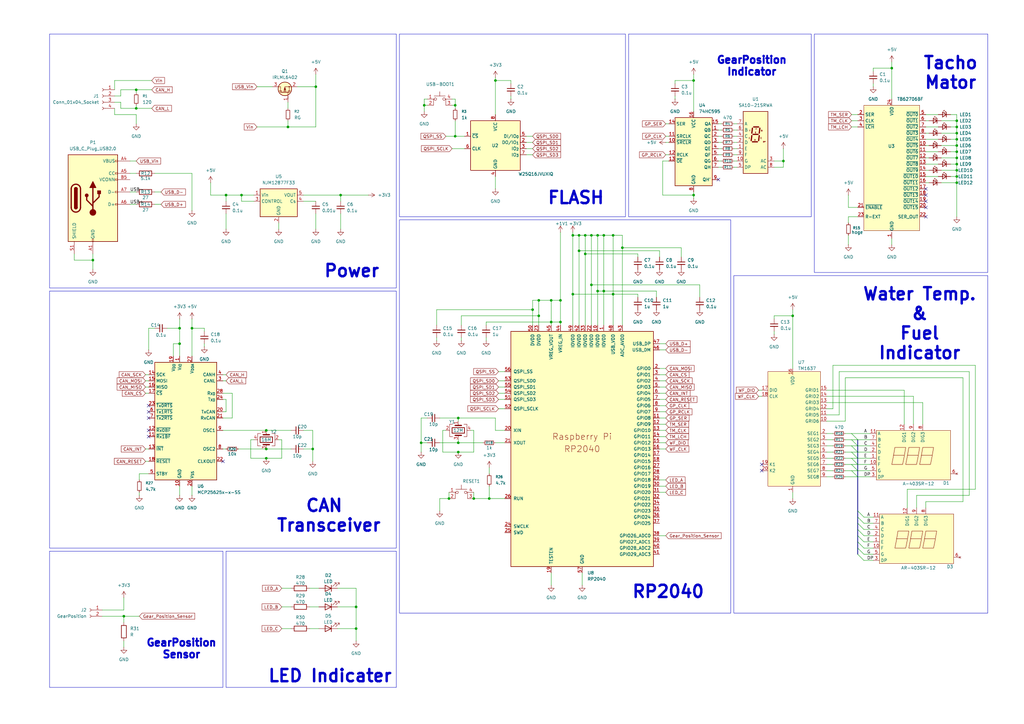
<source format=kicad_sch>
(kicad_sch (version 20250114) (generator "eeschema") (generator_version "9.0")
  (paper "A3")
  (lib_symbols
    (symbol "74xx:74HC595"
      (property "Reference" "U5" (at 2.1433 17.78 0))
      (property "Value" "74HC595" (at 2.1433 15.24 0))
      (symbol "74HC595_1_0"
        (pin input line (at -10.16 10.16 0) (length 2.54) (name "SER") (number "14"))
        (pin input line (at -10.16 5.08 0) (length 2.54) (name "SRCLK") (number "11"))
        (pin input line (at -10.16 2.54 0) (length 2.54) (name "~{SRCLR}") (number "10"))
        (pin input line (at -10.16 -2.54 0) (length 2.54) (name "RCLK") (number "12"))
        (pin input line (at -10.16 -5.08 0) (length 2.54) (name "~{OE}") (number "13"))
        (pin power_in line (at 0 15.24 270) (length 2.54) (name "VCC") (number "16"))
        (pin power_in line (at 0 -17.78 90) (length 2.54) (name "GND") (number "8"))
        (pin tri_state line (at 10.16 10.16 180) (length 2.54) (name "QA") (number "15"))
        (pin tri_state line (at 10.16 7.62 180) (length 2.54) (name "QB") (number "1"))
        (pin tri_state line (at 10.16 5.08 180) (length 2.54) (name "QC") (number "2"))
        (pin tri_state line (at 10.16 2.54 180) (length 2.54) (name "QD") (number "3"))
        (pin tri_state line (at 10.16 0 180) (length 2.54) (name "QE") (number "4"))
        (pin tri_state line (at 10.16 -2.54 180) (length 2.54) (name "QF") (number "5"))
        (pin tri_state line (at 10.16 -5.08 180) (length 2.54) (name "QG") (number "6"))
        (pin tri_state line (at 10.16 -7.62 180) (length 2.54) (name "QH") (number "7"))
        (pin output line (at 10.16 -12.7 180) (length 2.54) (name "QH'") (number "9"))
      )
    )
    (symbol "Connector:Conn_01x02_Socket" (pin_names (offset 1.016) (hide yes))
      (property "Reference" "J" (at 0 2.54 0))
      (property "Value" "Conn_01x02_Socket" (at 0 -5.08 0))
      (symbol "Conn_01x02_Socket_1_1"
        (pin passive line (at -5.08 0 0) (length 3.81) (name "Pin_1") (number "1"))
        (pin passive line (at -5.08 -2.54 0) (length 3.81) (name "Pin_2") (number "2"))
      )
    )
    (symbol "Connector:Conn_01x04_Socket" (pin_names (offset 1.016) (hide yes))
      (property "Reference" "J" (at 0 5.08 0))
      (property "Value" "Conn_01x04_Socket" (at 0 -7.62 0))
      (symbol "Conn_01x04_Socket_1_1"
        (pin passive line (at -5.08 2.54 0) (length 3.81) (name "Pin_1") (number "1"))
        (pin passive line (at -5.08 0 0) (length 3.81) (name "Pin_2") (number "2"))
        (pin passive line (at -5.08 -2.54 0) (length 3.81) (name "Pin_3") (number "3"))
        (pin passive line (at -5.08 -5.08 0) (length 3.81) (name "Pin_4") (number "4"))
      )
    )
    (symbol "Connector:USB_C_Plug_USB2.0" (pin_names (offset 1.016))
      (property "Reference" "P" (at -10.16 19.05 0))
      (property "Value" "USB_C_Plug_USB2.0" (at 12.7 19.05 0))
      (symbol "USB_C_Plug_USB2.0_1_1"
        (pin passive line (at -7.62 -22.86 90) (length 5.08) (name "SHIELD") (number "S1"))
        (pin passive line (at 0 -22.86 90) (length 5.08) (name "GND") (number "A1"))
        (pin passive line (at 0 -22.86 90) (length 5.08) (hide yes) (name "GND") (number "A12"))
        (pin passive line (at 0 -22.86 90) (length 5.08) (hide yes) (name "GND") (number "B1"))
        (pin passive line (at 0 -22.86 90) (length 5.08) (hide yes) (name "GND") (number "B12"))
        (pin passive line (at 15.24 15.24 180) (length 5.08) (name "VBUS") (number "A4"))
        (pin passive line (at 15.24 15.24 180) (length 5.08) (hide yes) (name "VBUS") (number "A9"))
        (pin passive line (at 15.24 15.24 180) (length 5.08) (hide yes) (name "VBUS") (number "B4"))
        (pin passive line (at 15.24 15.24 180) (length 5.08) (hide yes) (name "VBUS") (number "B9"))
        (pin bidirectional line (at 15.24 10.16 180) (length 5.08) (name "CC") (number "A5"))
        (pin bidirectional line (at 15.24 7.62 180) (length 5.08) (name "VCONN") (number "B5"))
        (pin bidirectional line (at 15.24 2.54 180) (length 5.08) (name "D-") (number "A7"))
        (pin bidirectional line (at 15.24 -2.54 180) (length 5.08) (name "D+") (number "A6"))
      )
    )
    (symbol "Device:C_Small" (pin_numbers (hide yes)) (pin_names (offset 0.254) (hide yes))
      (property "Reference" "C" (at 0.254 1.778 0))
      (property "Value" "C_Small" (at 0.254 -2.032 0))
      (symbol "C_Small_1_1"
        (pin passive line (at 0 2.54 270) (length 2.032) (name "~") (number "1"))
        (pin passive line (at 0 -2.54 90) (length 2.032) (name "~") (number "2"))
      )
    )
    (symbol "Device:Crystal_GND24" (pin_names (offset 1.016) (hide yes))
      (property "Reference" "Y" (at 3.175 5.08 0))
      (property "Value" "Crystal_GND24" (at 3.175 3.175 0))
      (symbol "Crystal_GND24_1_1"
        (pin passive line (at -3.81 0 0) (length 1.27) (name "1") (number "1"))
        (pin passive line (at 0 5.08 270) (length 1.27) (name "2") (number "2"))
        (pin passive line (at 0 -5.08 90) (length 1.27) (name "4") (number "4"))
        (pin passive line (at 3.81 0 180) (length 1.27) (name "3") (number "3"))
      )
    )
    (symbol "Device:LED" (pin_numbers (hide yes)) (pin_names (offset 1.016) (hide yes))
      (property "Reference" "D" (at 0 2.54 0))
      (property "Value" "LED" (at 0 -2.54 0))
      (symbol "LED_1_1"
        (pin passive line (at -3.81 0 0) (length 2.54) (name "K") (number "1"))
        (pin passive line (at 3.81 0 180) (length 2.54) (name "A") (number "2"))
      )
    )
    (symbol "Device:LED_Small" (pin_numbers (hide yes)) (pin_names (offset 0.254) (hide yes))
      (property "Reference" "D" (at -1.27 3.175 0))
      (property "Value" "LED_Small" (at -4.445 -2.54 0))
      (symbol "LED_Small_1_1"
        (pin passive line (at -2.54 0 0) (length 1.778) (name "K") (number "1"))
        (pin passive line (at 2.54 0 180) (length 1.778) (name "A") (number "2"))
      )
    )
    (symbol "Device:R" (pin_numbers (hide yes)) (pin_names (offset 0))
      (property "Reference" "R" (at 2.032 0 90))
      (property "Value" "R" (at 0 0 90))
      (symbol "R_1_1"
        (pin passive line (at 0 3.81 270) (length 1.27) (name "~") (number "1"))
        (pin passive line (at 0 -3.81 90) (length 1.27) (name "~") (number "2"))
      )
    )
    (symbol "Device:R_Small" (pin_numbers (hide yes)) (pin_names (offset 0.254) (hide yes))
      (property "Reference" "R" (at 0 0 90))
      (property "Value" "R_Small" (at 1.778 0 90))
      (symbol "R_Small_1_1"
        (pin passive line (at 0 2.54 270) (length 0.762) (name "~") (number "1"))
        (pin passive line (at 0 -2.54 90) (length 0.762) (name "~") (number "2"))
      )
    )
    (symbol "Display_Character:D1X8K-14BL"
      (property "Reference" "U1" (at 0 17.78 0))
      (property "Value" "SA10-21SRWA" (at 0 15.24 0))
      (symbol "D1X8K-14BL_0_0"
        (text "E" (at -2.54 1.778 0) (effects (font (size 0.508 0.508))))
        (text "F" (at -2.286 4.826 0) (effects (font (size 0.508 0.508))))
        (text "D" (at -0.254 1.016 0) (effects (font (size 0.508 0.508))))
        (text "G" (at 0 4.064 0) (effects (font (size 0.508 0.508))))
        (text "A" (at 0.254 5.588 0) (effects (font (size 0.508 0.508))))
        (text "C" (at 2.286 1.778 0) (effects (font (size 0.508 0.508))))
        (text "B" (at 2.54 4.826 0) (effects (font (size 0.508 0.508))))
        (text "DP" (at 3.556 0.254 0) (effects (font (size 0.508 0.508))))
      )
      (symbol "D1X8K-14BL_1_1"
        (pin input line (at -7.62 7.62 0) (length 2.54) (name "A") (number "7"))
        (pin input line (at -7.62 5.08 0) (length 2.54) (name "B") (number "6"))
        (pin input line (at -7.62 2.54 0) (length 2.54) (name "C") (number "4"))
        (pin input line (at -7.62 0 0) (length 2.54) (name "D") (number "2"))
        (pin input line (at -7.62 -2.54 0) (length 2.54) (name "E") (number "1"))
        (pin input line (at -7.62 -5.08 0) (length 2.54) (name "F") (number "9"))
        (pin input line (at -7.62 -7.62 0) (length 2.54) (name "G") (number "10"))
        (pin input line (at -7.62 -10.16 0) (length 2.54) (name "DP") (number "5"))
        (pin input line (at 7.62 -7.62 180) (length 2.54) (name "AC") (number "3"))
        (pin input line (at 7.62 -10.16 180) (length 2.54) (name "AC") (number "8"))
      )
    )
    (symbol "Interface_CAN_LIN:MCP25625x-x-SS"
      (property "Reference" "U3" (at 4.6833 -25.4 0))
      (property "Value" "MCP25625x-x-SS" (at 4.6833 -27.94 0))
      (symbol "MCP25625x-x-SS_1_1"
        (pin input line (at -15.24 20.32 0) (length 2.54) (name "SCK") (number "14"))
        (pin input line (at -15.24 17.78 0) (length 2.54) (name "MOSI") (number "15"))
        (pin output line (at -15.24 15.24 0) (length 2.54) (name "MISO") (number "16"))
        (pin input line (at -15.24 12.7 0) (length 2.54) (name "~{CS}") (number "17"))
        (pin input line (at -15.24 7.62 0) (length 2.54) (name "~{Tx0RTS}") (number "23"))
        (pin input line (at -15.24 5.08 0) (length 2.54) (name "~{Tx1RTS}") (number "6"))
        (pin input line (at -15.24 2.54 0) (length 2.54) (name "~{Tx2RTS}") (number "7"))
        (pin output line (at -15.24 -2.54 0) (length 2.54) (name "~{Rx0BF}") (number "12"))
        (pin output line (at -15.24 -5.08 0) (length 2.54) (name "~{Rx1BF}") (number "11"))
        (pin output line (at -15.24 -10.16 0) (length 2.54) (name "~{INT}") (number "13"))
        (pin input line (at -15.24 -15.24 0) (length 2.54) (name "~{RESET}") (number "18"))
        (pin input line (at -15.24 -20.32 0) (length 2.54) (name "STBY") (number "5"))
        (pin power_in line (at -5.08 27.94 270) (length 2.54) (name "V_{DD}") (number "19"))
        (pin power_in line (at -2.54 27.94 270) (length 2.54) (name "V_{IO}") (number "1"))
        (pin power_in line (at -2.54 -25.4 90) (length 2.54) (name "GND") (number "10"))
        (pin power_in line (at 2.54 27.94 270) (length 2.54) (name "V_{DDA}") (number "27"))
        (pin power_in line (at 2.54 -25.4 90) (length 2.54) (name "V_{SS}") (number "26"))
        (pin no_connect line (at 12.7 -17.78 180) (length 2.54) (hide yes) (name "NC") (number "2"))
        (pin no_connect line (at 12.7 -20.32 180) (length 2.54) (hide yes) (name "NC") (number "25"))
        (pin bidirectional line (at 15.24 20.32 180) (length 2.54) (name "CANH") (number "4"))
        (pin bidirectional line (at 15.24 17.78 180) (length 2.54) (name "CANL") (number "3"))
        (pin output line (at 15.24 12.7 180) (length 2.54) (name "R_{XD}") (number "28"))
        (pin input line (at 15.24 10.16 180) (length 2.54) (name "T_{XD}") (number "24"))
        (pin output line (at 15.24 5.08 180) (length 2.54) (name "TxCAN") (number "20"))
        (pin input line (at 15.24 2.54 180) (length 2.54) (name "RxCAN") (number "21"))
        (pin input line (at 15.24 -2.54 180) (length 2.54) (name "OSC1") (number "9"))
        (pin output line (at 15.24 -10.16 180) (length 2.54) (name "OSC2") (number "8"))
        (pin output line (at 15.24 -15.24 180) (length 2.54) (name "CLKOUT") (number "22"))
      )
    )
    (symbol "LED_Drive_IC:TB62706BF"
      (property "Reference" "U3" (at -1.524 -0.254 0))
      (property "Value" "TB62706BF" (at 2.1433 19.05 0))
      (symbol "TB62706BF_1_1"
        (pin input line (at -13.97 12.7 0) (length 2.54) (name "SER") (number "2"))
        (pin input line (at -13.97 10.16 0) (length 2.54) (name "CLK") (number "3"))
        (pin input line (at -13.97 7.62 0) (length 2.54) (name "~{LCH}") (number "4"))
        (pin power_in line (at -13.97 -25.4 0) (length 2.54) (name "~{ENABLE}") (number "21"))
        (pin output line (at -13.97 -29.21 0) (length 2.54) (name "R-EXT") (number "23"))
        (pin power_in line (at 0 19.05 270) (length 2.54) (name "VDD") (number "24"))
        (pin output line (at 0 -38.1 90) (length 2.54) (name "GND") (number "1"))
        (pin output line (at 13.97 12.7 180) (length 2.54) (name "~{OUT0}") (number "5"))
        (pin output line (at 13.97 10.16 180) (length 2.54) (name "~{OUT1}") (number "6"))
        (pin output line (at 13.97 7.62 180) (length 2.54) (name "~{OUT2}") (number "7"))
        (pin output line (at 13.97 5.08 180) (length 2.54) (name "~{OUT3}") (number "8"))
        (pin output line (at 13.97 2.54 180) (length 2.54) (name "~{OUT4}") (number "9"))
        (pin output line (at 13.97 0 180) (length 2.54) (name "~{OUT5}") (number "10"))
        (pin output line (at 13.97 -2.54 180) (length 2.54) (name "~{OUT6}") (number "11"))
        (pin output line (at 13.97 -5.08 180) (length 2.54) (name "~{OUT7}") (number "12"))
        (pin output line (at 13.97 -7.62 180) (length 2.54) (name "~{OUT8}") (number "13"))
        (pin output line (at 13.97 -10.16 180) (length 2.54) (name "~{OUT9}") (number "14"))
        (pin output line (at 13.97 -12.7 180) (length 2.54) (name "~{OUT10}") (number "15"))
        (pin output line (at 13.97 -15.24 180) (length 2.54) (name "~{OUT11}") (number "16"))
        (pin output line (at 13.97 -17.78 180) (length 2.54) (name "~{OUT12}") (number "17"))
        (pin output line (at 13.97 -20.32 180) (length 2.54) (name "~{OUT13}") (number "18"))
        (pin output line (at 13.97 -22.86 180) (length 2.54) (name "~{OUT14}") (number "19"))
        (pin output line (at 13.97 -25.4 180) (length 2.54) (name "~{OUT15}") (number "20"))
        (pin output line (at 13.97 -29.21 180) (length 2.54) (name "SER_OUT") (number "22"))
      )
    )
    (symbol "LED_Drive_IC:TM1637"
      (property "Reference" "U8" (at 2.1433 31.75 0))
      (property "Value" "TM1637" (at 2.1433 29.21 0))
      (symbol "TM1637_1_1"
        (pin input line (at -12.7 20.32 0) (length 2.54) (name "DIO") (number "17"))
        (pin input line (at -12.7 17.78 0) (length 2.54) (name "CLK") (number "18"))
        (pin input line (at -12.7 -10.16 0) (length 2.54) (name "K1") (number "19"))
        (pin input line (at -12.7 -12.7 0) (length 2.54) (name "K2") (number "20"))
        (pin output line (at 0 29.21 270) (length 2.54) (name "VDD") (number "16"))
        (pin output line (at 0 -21.59 90) (length 2.54) (name "GND") (number "1"))
        (pin output line (at 13.97 20.32 180) (length 2.54) (name "GRID1") (number "15"))
        (pin output line (at 13.97 17.78 180) (length 2.54) (name "GRID2") (number "14"))
        (pin output line (at 13.97 15.24 180) (length 2.54) (name "GRID3") (number "13"))
        (pin output line (at 13.97 12.7 180) (length 2.54) (name "GRID4") (number "12"))
        (pin output line (at 13.97 10.16 180) (length 2.54) (name "GRID5") (number "11"))
        (pin output line (at 13.97 7.62 180) (length 2.54) (name "GRID6") (number "10"))
        (pin output line (at 13.97 2.54 180) (length 2.54) (name "SEG1") (number "2"))
        (pin output line (at 13.97 0 180) (length 2.54) (name "SEG2") (number "3"))
        (pin output line (at 13.97 -2.54 180) (length 2.54) (name "SEG3") (number "4"))
        (pin output line (at 13.97 -5.08 180) (length 2.54) (name "SEG4") (number "5"))
        (pin output line (at 13.97 -7.62 180) (length 2.54) (name "SEG5") (number "6"))
        (pin output line (at 13.97 -10.16 180) (length 2.54) (name "SEG6") (number "7"))
        (pin output line (at 13.97 -12.7 180) (length 2.54) (name "SEG7") (number "8"))
        (pin output line (at 13.97 -15.24 180) (length 2.54) (name "SEG8") (number "9"))
      )
    )
    (symbol "Memory_Flash:W25Q16JVSS"
      (property "Reference" "U4" (at -1.524 0 0))
      (property "Value" "W25Q16JVUXIQ" (at 9.398 -11.684 0))
      (symbol "W25Q16JVSS_1_1"
        (pin input line (at -12.7 3.81 0) (length 2.54) (name "~{CS}") (number "1"))
        (pin input line (at -12.7 -1.27 0) (length 2.54) (name "CLK") (number "6"))
        (pin power_in line (at 0 12.7 270) (length 2.54) (name "VCC") (number "8"))
        (pin power_in line (at 0 -12.7 90) (length 2.54) (name "GND") (number "4"))
        (pin bidirectional line (at 12.7 3.81 180) (length 2.54) (name "DI/IO_{0}") (number "5"))
        (pin bidirectional line (at 12.7 1.27 180) (length 2.54) (name "DO/IO_{1}") (number "2"))
        (pin bidirectional line (at 12.7 -1.27 180) (length 2.54) (name "IO_{2}") (number "3"))
        (pin bidirectional line (at 12.7 -3.81 180) (length 2.54) (name "IO_{3}") (number "7"))
      )
    )
    (symbol "OSL30301-LRA_1"
      (property "Reference" "D19" (at -24.13 7.62 0))
      (property "Value" "~" (at -24.13 5.08 0))
      (symbol "OSL30301-LRA_1_1_1"
        (pin input line (at -41.91 29.21 0) (length 2.54) (name "A") (number "11"))
        (pin input line (at -41.91 26.67 0) (length 2.54) (name "B") (number "7"))
        (pin input line (at -41.91 24.13 0) (length 2.54) (name "C") (number "4"))
        (pin input line (at -41.91 21.59 0) (length 2.54) (name "D") (number "2"))
        (pin input line (at -41.91 19.05 0) (length 2.54) (name "E") (number "1"))
        (pin output line (at -41.91 16.51 0) (length 2.54) (name "F") (number "10"))
        (pin output line (at -41.91 13.97 0) (length 2.54) (name "G") (number "5"))
        (pin output line (at -41.91 11.43 0) (length 2.54) (name "DP") (number "3"))
        (pin output line (at -27.94 33.02 270) (length 2.54) (name "DIG1") (number "12"))
        (pin output line (at -24.13 33.02 270) (length 2.54) (name "DIG2") (number "9"))
        (pin output line (at -20.32 33.02 270) (length 2.54) (name "DIG3") (number "8"))
        (pin no_connect line (at -6.35 12.7 180) (length 2.54) (name "") (number "6"))
      )
    )
    (symbol "PCM_Transistor_MOSFET_AKL:IRLML6402" (pin_names (hide yes))
      (property "Reference" "Q" (at 5.08 1.27 0))
      (property "Value" "IRLML6402" (at 5.08 -1.27 0))
      (symbol "IRLML6402_1_1"
        (pin input line (at -3.81 1.27 0) (length 2.54) (name "G") (number "1"))
        (pin passive line (at 2.54 5.08 270) (length 2.54) (name "S") (number "2"))
        (pin passive line (at 2.54 -5.08 90) (length 2.54) (name "D") (number "3"))
      )
    )
    (symbol "Regulator_Linear:LT1761-3.3"
      (property "Reference" "U2" (at 0 10.16 0))
      (property "Value" "NJM12877F33" (at 0 7.62 0))
      (symbol "LT1761-3.3_1_1"
        (pin power_in line (at -10.16 2.54 0) (length 2.54) (name "Vin") (number "1"))
        (pin input line (at -10.16 0 0) (length 2.54) (name "CONTROL") (number "3"))
        (pin power_in line (at 0 -8.89 90) (length 2.54) (name "GND") (number "2"))
        (pin power_out line (at 10.16 2.54 180) (length 2.54) (name "VOUT") (number "5"))
        (pin passive line (at 10.16 0 180) (length 2.54) (name "Cs") (number "4"))
      )
    )
    (symbol "Switch:SW_MEC_5E" (pin_names (offset 1.016) (hide yes))
      (property "Reference" "SW" (at 0.635 5.715 0))
      (property "Value" "SW_MEC_5E" (at 0 -3.175 0))
      (symbol "SW_MEC_5E_0_1"
        (pin passive line (at -5.08 2.54 0) (length 2.54) (name "1") (number "1"))
        (pin passive line (at -5.08 0 0) (length 2.54) (name "2") (number "2"))
        (pin passive line (at 5.08 2.54 180) (length 2.54) (name "A") (number "4"))
        (pin passive line (at 5.08 0 180) (length 2.54) (name "K") (number "3"))
      )
    )
    (symbol "power:+1V1" (power) (pin_numbers (hide yes)) (pin_names (offset 0) (hide yes))
      (property "Value" "+1V1" (at 0 3.556 0))
      (symbol "+1V1_1_1"
        (pin power_in line (at 0 0 90) (length 0) (name "~") (number "1"))
      )
    )
    (symbol "power:+3V3" (power) (pin_numbers (hide yes)) (pin_names (offset 0) (hide yes))
      (property "Value" "+3V3" (at 0 3.556 0))
      (symbol "+3V3_1_1"
        (pin power_in line (at 0 0 90) (length 0) (name "~") (number "1"))
      )
    )
    (symbol "power:+5V" (power) (pin_numbers (hide yes)) (pin_names (offset 0) (hide yes))
      (property "Value" "+5V" (at 0 3.556 0))
      (symbol "+5V_1_1"
        (pin power_in line (at 0 0 90) (length 0) (name "~") (number "1"))
      )
    )
    (symbol "power:GND" (power) (pin_numbers (hide yes)) (pin_names (offset 0) (hide yes))
      (property "Value" "GND" (at 0 -3.81 0))
      (symbol "GND_1_1"
        (pin power_in line (at 0 0 270) (length 0) (name "~") (number "1"))
      )
    )
    (symbol "rp2040:RP2040" (pin_names (offset 1.016))
      (property "Reference" "U4" (at 2.1433 -50.8 0))
      (property "Value" "RP2040" (at 2.1433 -53.34 0))
      (symbol "RP2040_0_0"
        (text "Raspberry Pi" (at 0 5.08 0) (effects (font (size 2.54 2.54))))
        (text "RP2040" (at 0 0 0) (effects (font (size 2.54 2.54))))
      )
      (symbol "RP2040_1_1"
        (pin bidirectional line (at -31.75 31.75 0) (length 2.54) (name "QSPI_SS") (number "56"))
        (pin bidirectional line (at -31.75 27.94 0) (length 2.54) (name "QSPI_SD0") (number "53"))
        (pin bidirectional line (at -31.75 25.4 0) (length 2.54) (name "QSPI_SD1") (number "55"))
        (pin bidirectional line (at -31.75 22.86 0) (length 2.54) (name "QSPI_SD2") (number "54"))
        (pin bidirectional line (at -31.75 20.32 0) (length 2.54) (name "QSPI_SD3") (number "51"))
        (pin output line (at -31.75 16.51 0) (length 2.54) (name "QSPI_SCLK") (number "52"))
        (pin input line (at -31.75 7.62 0) (length 2.54) (name "XIN") (number "20"))
        (pin passive line (at -31.75 2.54 0) (length 2.54) (name "XOUT") (number "21"))
        (pin input line (at -31.75 -20.32 0) (length 2.54) (name "RUN") (number "26"))
        (pin output line (at -31.75 -31.75 0) (length 2.54) (name "SWCLK") (number "24"))
        (pin bidirectional line (at -31.75 -34.29 0) (length 2.54) (name "SWD") (number "25"))
        (pin power_in line (at -20.32 50.8 270) (length 2.54) (name "DVDD") (number "50"))
        (pin power_in line (at -17.78 50.8 270) (length 2.54) (name "DVDD") (number "23"))
        (pin power_out line (at -12.7 50.8 270) (length 2.54) (name "VREG_VOUT") (number "45"))
        (pin passive line (at -12.7 -50.8 90) (length 2.54) (name "TESTEN") (number "19"))
        (pin power_in line (at -8.89 50.8 270) (length 2.54) (name "VREG_IN") (number "44"))
        (pin power_in line (at -3.81 50.8 270) (length 2.54) (name "IOVDD") (number "49"))
        (pin power_in line (at -1.27 50.8 270) (length 2.54) (name "IOVDD") (number "42"))
        (pin power_in line (at 0 -50.8 90) (length 2.54) (name "GND") (number "57"))
        (pin power_in line (at 1.27 50.8 270) (length 2.54) (name "IOVDD") (number "33"))
        (pin power_in line (at 3.81 50.8 270) (length 2.54) (name "IOVDD") (number "22"))
        (pin power_in line (at 6.35 50.8 270) (length 2.54) (name "IOVDD") (number "10"))
        (pin power_in line (at 8.89 50.8 270) (length 2.54) (name "IOVDD") (number "1"))
        (pin power_in line (at 12.7 50.8 270) (length 2.54) (name "USB_VDD") (number "48"))
        (pin power_in line (at 16.51 50.8 270) (length 2.54) (name "ADC_AVDD") (number "43"))
        (pin bidirectional line (at 31.75 43.18 180) (length 2.54) (name "USB_DP") (number "47"))
        (pin bidirectional line (at 31.75 40.64 180) (length 2.54) (name "USB_DM") (number "46"))
        (pin bidirectional line (at 31.75 33.02 180) (length 2.54) (name "GPIO0") (number "2"))
        (pin bidirectional line (at 31.75 30.48 180) (length 2.54) (name "GPIO1") (number "3"))
        (pin bidirectional line (at 31.75 27.94 180) (length 2.54) (name "GPIO2") (number "4"))
        (pin bidirectional line (at 31.75 25.4 180) (length 2.54) (name "GPIO3") (number "5"))
        (pin bidirectional line (at 31.75 22.86 180) (length 2.54) (name "GPIO4") (number "6"))
        (pin bidirectional line (at 31.75 20.32 180) (length 2.54) (name "GPIO5") (number "7"))
        (pin bidirectional line (at 31.75 17.78 180) (length 2.54) (name "GPIO6") (number "8"))
        (pin bidirectional line (at 31.75 15.24 180) (length 2.54) (name "GPIO7") (number "9"))
        (pin bidirectional line (at 31.75 12.7 180) (length 2.54) (name "GPIO8") (number "11"))
        (pin bidirectional line (at 31.75 10.16 180) (length 2.54) (name "GPIO9") (number "12"))
        (pin bidirectional line (at 31.75 7.62 180) (length 2.54) (name "GPIO10") (number "13"))
        (pin bidirectional line (at 31.75 5.08 180) (length 2.54) (name "GPIO11") (number "14"))
        (pin bidirectional line (at 31.75 2.54 180) (length 2.54) (name "GPIO12") (number "15"))
        (pin bidirectional line (at 31.75 0 180) (length 2.54) (name "GPIO13") (number "16"))
        (pin bidirectional line (at 31.75 -2.54 180) (length 2.54) (name "GPIO14") (number "17"))
        (pin bidirectional line (at 31.75 -5.08 180) (length 2.54) (name "GPIO15") (number "18"))
        (pin bidirectional line (at 31.75 -7.62 180) (length 2.54) (name "GPIO16") (number "27"))
        (pin bidirectional line (at 31.75 -10.16 180) (length 2.54) (name "GPIO17") (number "28"))
        (pin bidirectional line (at 31.75 -12.7 180) (length 2.54) (name "GPIO18") (number "29"))
        (pin bidirectional line (at 31.75 -15.24 180) (length 2.54) (name "GPIO19") (number "30"))
        (pin bidirectional line (at 31.75 -17.78 180) (length 2.54) (name "GPIO20") (number "31"))
        (pin bidirectional line (at 31.75 -20.32 180) (length 2.54) (name "GPIO21") (number "32"))
        (pin bidirectional line (at 31.75 -22.86 180) (length 2.54) (name "GPIO22") (number "34"))
        (pin bidirectional line (at 31.75 -25.4 180) (length 2.54) (name "GPIO23") (number "35"))
        (pin bidirectional line (at 31.75 -27.94 180) (length 2.54) (name "GPIO24") (number "36"))
        (pin bidirectional line (at 31.75 -30.48 180) (length 2.54) (name "GPIO25") (number "37"))
        (pin bidirectional line (at 31.75 -35.56 180) (length 2.54) (name "GPIO26_ADC0") (number "38"))
        (pin bidirectional line (at 31.75 -38.1 180) (length 2.54) (name "GPIO27_ADC1") (number "39"))
        (pin bidirectional line (at 31.75 -40.64 180) (length 2.54) (name "GPIO28_ADC2") (number "40"))
        (pin bidirectional line (at 31.75 -43.18 180) (length 2.54) (name "GPIO29_ADC3") (number "41"))
      )
    )
  )
  (rectangle (start 300.99 113.03) (end 405.13 251.46))
  (rectangle (start 334.01 13.97) (end 405.13 111.76))
  (rectangle (start 163.83 90.17) (end 299.72 251.46))
  (rectangle (start 92.71 226.06) (end 162.56 281.94))
  (rectangle (start 257.81 13.97) (end 332.74 88.9))
  (rectangle (start 20.32 226.06) (end 91.44 281.94))
  (rectangle (start 163.83 13.97) (end 256.54 88.9))
  (rectangle (start 20.32 13.97) (end 162.56 118.11))
  (rectangle (start 20.32 119.38) (end 162.56 224.79))
  (text "FLASH" (at 236.22 81.28 0) (effects (font (size 5 5) (thickness 1) (bold yes))))
  (text "Water Temp.\n&\nFuel\nIndicator" (at 377.19 132.842 0) (effects (font (size 5 5) (thickness 1) (bold yes))))
  (text "GearPosition\nIndicator" (at 308.356 27.178 0) (effects (font (size 3 3) (thickness 1) (bold yes))))
  (text "Power" (at 144.272 111.252 0) (effects (font (size 5 5) (thickness 1) (bold yes))))
  (text "CAN \nTransceiver" (at 134.874 211.582 0) (effects (font (size 5 5) (thickness 1) (bold yes))))
  (text "RP2040" (at 274.066 242.824 0) (effects (font (size 5 5) (thickness 1) (bold yes))))
  (text "Tacho\nMator" (at 389.89 29.972 0) (effects (font (size 5 5) (thickness 1) (bold yes))))
  (text "LED Indicater" (at 135.382 277.368 0) (effects (font (size 5 5) (thickness 1) (bold yes))))
  (text "GearPosition\nSensor" (at 74.422 266.192 0) (effects (font (size 3 3) (thickness 1) (bold yes))))
  (junction (at 365.76 27.94))
  (junction (at 186.69 43.18))
  (junction (at 237.49 96.52))
  (junction (at 78.74 134.62))
  (junction (at 321.31 66.04))
  (junction (at 237.49 102.87))
  (junction (at 392.43 64.77))
  (junction (at 247.65 96.52))
  (junction (at 203.2 33.02))
  (junction (at 234.95 120.65))
  (junction (at 184.15 204.47))
  (junction (at 245.11 96.52))
  (junction (at 325.12 129.54))
  (junction (at 226.06 132.08))
  (junction (at 392.43 72.39))
  (junction (at 220.98 123.19))
  (junction (at 187.96 185.42))
  (junction (at 172.72 181.61))
  (junction (at 240.03 96.52))
  (junction (at 50.8 252.73))
  (junction (at 392.43 49.53))
  (junction (at 284.48 80.01))
  (junction (at 146.05 257.81))
  (junction (at 73.66 140.97))
  (junction (at 392.43 54.61))
  (junction (at 146.05 248.92))
  (junction (at 392.43 62.23))
  (junction (at 218.44 127))
  (junction (at 251.46 120.65))
  (junction (at 186.69 55.88))
  (junction (at 194.31 204.47))
  (junction (at 55.88 44.45))
  (junction (at 220.98 129.54))
  (junction (at 55.88 36.83))
  (junction (at 245.11 119.38))
  (junction (at 38.1 106.68))
  (junction (at 109.22 184.15))
  (junction (at 73.66 134.62))
  (junction (at 109.22 176.53))
  (junction (at 128.27 184.15))
  (junction (at 392.43 74.93))
  (junction (at 226.06 123.19))
  (junction (at 392.43 59.69))
  (junction (at 242.57 116.84))
  (junction (at 92.71 80.01))
  (junction (at 242.57 96.52))
  (junction (at 200.66 204.47))
  (junction (at 99.06 80.01))
  (junction (at 247.65 119.38))
  (junction (at 229.87 123.19))
  (junction (at 229.87 132.08))
  (junction (at 109.22 187.96))
  (junction (at 240.03 104.14))
  (junction (at 187.96 171.45))
  (junction (at 118.11 52.07))
  (junction (at 392.43 52.07))
  (junction (at 234.95 96.52))
  (junction (at 392.43 57.15))
  (junction (at 129.54 35.56))
  (junction (at 284.48 33.02))
  (junction (at 173.99 43.18))
  (junction (at 139.7 80.01))
  (junction (at 392.43 69.85))
  (junction (at 187.96 181.61))
  (junction (at 255.27 101.6))
  (junction (at 251.46 96.52))
  (junction (at 392.43 67.31))
  (no_connect (at 312.42 190.5))
  (no_connect (at 91.44 189.23))
  (no_connect (at 60.96 179.07))
  (no_connect (at 60.96 168.91))
  (no_connect (at 379.73 82.55))
  (no_connect (at 379.73 85.09))
  (no_connect (at 485.14 66.04))
  (no_connect (at 60.96 171.45))
  (no_connect (at 312.42 193.04))
  (no_connect (at 60.96 176.53))
  (no_connect (at 294.64 73.66))
  (no_connect (at 379.73 77.47))
  (no_connect (at 60.96 166.37))
  (no_connect (at 379.73 80.01))
  (no_connect (at 379.73 88.9))
  (bus_entry (at 349.25 185.42) (size 2.54 2.54))
  (bus_entry (at 349.25 187.96) (size 2.54 2.54))
  (bus_entry (at 351.79 224.79) (size 2.54 2.54))
  (bus_entry (at 351.79 219.71) (size 2.54 2.54))
  (bus_entry (at 351.79 212.09) (size 2.54 2.54))
  (bus_entry (at 351.79 227.33) (size 2.54 2.54))
  (bus_entry (at 351.79 209.55) (size 2.54 2.54))
  (bus_entry (at 351.79 222.25) (size 2.54 2.54))
  (bus_entry (at 349.25 177.8) (size 2.54 2.54))
  (bus_entry (at 351.79 217.17) (size 2.54 2.54))
  (bus_entry (at 351.79 214.63) (size 2.54 2.54))
  (bus_entry (at 349.25 190.5) (size 2.54 2.54))
  (bus_entry (at 349.25 193.04) (size 2.54 2.54))
  (bus_entry (at 349.25 180.34) (size 2.54 2.54))
  (bus_entry (at 349.25 182.88) (size 2.54 2.54))
  (wire (pts (xy 46.99 46.99) (xy 46.99 44.45)))
  (wire (pts (xy 325.12 127) (xy 325.12 129.54)))
  (wire (pts (xy 49.53 41.91) (xy 49.53 44.45)))
  (wire (pts (xy 63.5 71.12) (xy 78.74 71.12)))
  (wire (pts (xy 114.3 91.44) (xy 114.3 93.98)))
  (wire (pts (xy 53.34 78.74) (xy 55.88 78.74)))
  (wire (pts (xy 270.51 153.67) (xy 273.05 153.67)))
  (wire (pts (xy 172.72 181.61) (xy 172.72 185.42)))
  (wire (pts (xy 276.86 39.37) (xy 276.86 40.64)))
  (wire (pts (xy 325.12 204.47) (xy 325.12 201.93)))
  (wire (pts (xy 186.69 40.64) (xy 186.69 43.18)))
  (wire (pts (xy 279.4 101.6) (xy 255.27 101.6)))
  (wire (pts (xy 261.62 105.41) (xy 261.62 104.14)))
  (wire (pts (xy 50.8 250.19) (xy 50.8 245.11)))
  (wire (pts (xy 124.46 82.55) (xy 129.54 82.55)))
  (wire (pts (xy 209.55 39.37) (xy 209.55 40.64)))
  (wire (pts (xy 273.05 50.8) (xy 274.32 50.8)))
  (wire (pts (xy 91.44 153.67) (xy 92.71 153.67)))
  (wire (pts (xy 127 241.3) (xy 130.81 241.3)))
  (wire (pts (xy 78.74 199.39) (xy 78.74 203.2)))
  (wire (pts (xy 349.25 52.07) (xy 351.79 52.07)))
  (wire (pts (xy 269.24 119.38) (xy 269.24 121.92)))
  (wire (pts (xy 105.41 52.07) (xy 118.11 52.07)))
  (bus (pts (xy 351.79 187.96) (xy 351.79 190.5)))
  (wire (pts (xy 59.69 184.15) (xy 60.96 184.15)))
  (wire (pts (xy 389.89 67.31) (xy 392.43 67.31)))
  (wire (pts (xy 284.48 80.01) (xy 284.48 81.28)))
  (wire (pts (xy 271.78 80.01) (xy 284.48 80.01)))
  (wire (pts (xy 57.15 194.31) (xy 57.15 196.85)))
  (wire (pts (xy 229.87 123.19) (xy 229.87 132.08)))
  (wire (pts (xy 365.76 25.4) (xy 365.76 27.94)))
  (bus (pts (xy 351.79 209.55) (xy 351.79 212.09)))
  (wire (pts (xy 91.44 184.15) (xy 92.71 184.15)))
  (wire (pts (xy 321.31 60.96) (xy 321.31 66.04)))
  (wire (pts (xy 339.09 160.02) (xy 370.84 160.02)))
  (wire (pts (xy 215.9 63.5) (xy 218.44 63.5)))
  (wire (pts (xy 92.71 80.01) (xy 92.71 82.55)))
  (wire (pts (xy 242.57 96.52) (xy 242.57 116.84)))
  (bus (pts (xy 351.79 224.79) (xy 351.79 227.33)))
  (wire (pts (xy 41.91 250.19) (xy 50.8 250.19)))
  (wire (pts (xy 251.46 96.52) (xy 251.46 120.65)))
  (wire (pts (xy 186.69 55.88) (xy 190.5 55.88)))
  (wire (pts (xy 86.36 74.93) (xy 86.36 80.01)))
  (wire (pts (xy 63.5 78.74) (xy 66.04 78.74)))
  (wire (pts (xy 300.99 58.42) (xy 302.26 58.42)))
  (wire (pts (xy 339.09 162.56) (xy 374.65 162.56)))
  (wire (pts (xy 378.46 165.1) (xy 378.46 173.99)))
  (wire (pts (xy 115.57 180.34) (xy 115.57 187.96)))
  (wire (pts (xy 83.82 135.89) (xy 83.82 134.62)))
  (wire (pts (xy 270.51 166.37) (xy 273.05 166.37)))
  (wire (pts (xy 105.41 35.56) (xy 111.76 35.56)))
  (wire (pts (xy 109.22 176.53) (xy 119.38 176.53)))
  (wire (pts (xy 92.71 168.91) (xy 91.44 168.91)))
  (wire (pts (xy 354.33 222.25) (xy 358.14 222.25)))
  (wire (pts (xy 203.2 31.75) (xy 203.2 33.02)))
  (wire (pts (xy 271.78 66.04) (xy 271.78 80.01)))
  (wire (pts (xy 91.44 163.83) (xy 92.71 163.83)))
  (wire (pts (xy 251.46 120.65) (xy 261.62 120.65)))
  (wire (pts (xy 179.07 127) (xy 218.44 127)))
  (wire (pts (xy 41.91 252.73) (xy 50.8 252.73)))
  (wire (pts (xy 392.43 49.53) (xy 392.43 52.07)))
  (wire (pts (xy 392.43 46.99) (xy 392.43 49.53)))
  (wire (pts (xy 300.99 63.5) (xy 302.26 63.5)))
  (wire (pts (xy 389.89 72.39) (xy 392.43 72.39)))
  (wire (pts (xy 325.12 129.54) (xy 325.12 151.13)))
  (bus (pts (xy 351.79 190.5) (xy 351.79 193.04)))
  (wire (pts (xy 95.25 171.45) (xy 91.44 171.45)))
  (wire (pts (xy 229.87 132.08) (xy 229.87 133.35)))
  (wire (pts (xy 57.15 201.93) (xy 57.15 203.2)))
  (wire (pts (xy 255.27 96.52) (xy 251.46 96.52)))
  (wire (pts (xy 354.33 229.87) (xy 358.14 229.87)))
  (wire (pts (xy 294.64 66.04) (xy 295.91 66.04)))
  (wire (pts (xy 358.14 29.21) (xy 358.14 27.94)))
  (wire (pts (xy 234.95 96.52) (xy 234.95 120.65)))
  (wire (pts (xy 187.96 180.34) (xy 187.96 181.61)))
  (wire (pts (xy 273.05 143.51) (xy 270.51 143.51)))
  (wire (pts (xy 129.54 87.63) (xy 129.54 93.98)))
  (wire (pts (xy 49.53 36.83) (xy 55.88 36.83)))
  (wire (pts (xy 187.96 181.61) (xy 198.12 181.61)))
  (wire (pts (xy 251.46 96.52) (xy 247.65 96.52)))
  (wire (pts (xy 240.03 96.52) (xy 240.03 104.14)))
  (wire (pts (xy 349.25 49.53) (xy 351.79 49.53)))
  (wire (pts (xy 339.09 185.42) (xy 341.63 185.42)))
  (wire (pts (xy 269.24 119.38) (xy 247.65 119.38)))
  (wire (pts (xy 203.2 171.45) (xy 187.96 171.45)))
  (wire (pts (xy 139.7 80.01) (xy 151.13 80.01)))
  (wire (pts (xy 381 64.77) (xy 379.73 64.77)))
  (wire (pts (xy 270.51 151.13) (xy 273.05 151.13)))
  (wire (pts (xy 346.71 154.94) (xy 394.97 154.94)))
  (wire (pts (xy 53.34 66.04) (xy 55.88 66.04)))
  (wire (pts (xy 317.5 68.58) (xy 321.31 68.58)))
  (wire (pts (xy 229.87 95.25) (xy 229.87 123.19)))
  (wire (pts (xy 73.66 134.62) (xy 73.66 140.97)))
  (wire (pts (xy 172.72 181.61) (xy 175.26 181.61)))
  (wire (pts (xy 284.48 78.74) (xy 284.48 80.01)))
  (wire (pts (xy 99.06 80.01) (xy 104.14 80.01)))
  (wire (pts (xy 279.4 105.41) (xy 279.4 101.6)))
  (wire (pts (xy 139.7 87.63) (xy 139.7 93.98)))
  (wire (pts (xy 203.2 171.45) (xy 203.2 176.53)))
  (wire (pts (xy 346.71 180.34) (xy 349.25 180.34)))
  (wire (pts (xy 349.25 185.42) (xy 351.79 185.42)))
  (wire (pts (xy 300.99 50.8) (xy 302.26 50.8)))
  (wire (pts (xy 78.74 130.81) (xy 78.74 134.62)))
  (wire (pts (xy 349.25 180.34) (xy 351.79 180.34)))
  (wire (pts (xy 354.33 214.63) (xy 358.14 214.63)))
  (wire (pts (xy 351.79 182.88) (xy 356.87 182.88)))
  (wire (pts (xy 46.99 46.99) (xy 55.88 46.99)))
  (wire (pts (xy 386.08 64.77) (xy 392.43 64.77)))
  (wire (pts (xy 102.87 187.96) (xy 109.22 187.96)))
  (wire (pts (xy 102.87 180.34) (xy 102.87 187.96)))
  (wire (pts (xy 129.54 35.56) (xy 129.54 52.07)))
  (wire (pts (xy 78.74 134.62) (xy 83.82 134.62)))
  (wire (pts (xy 242.57 116.84) (xy 287.02 116.84)))
  (wire (pts (xy 138.43 241.3) (xy 146.05 241.3)))
  (wire (pts (xy 209.55 33.02) (xy 203.2 33.02)))
  (wire (pts (xy 38.1 104.14) (xy 38.1 106.68)))
  (wire (pts (xy 270.51 161.29) (xy 273.05 161.29)))
  (wire (pts (xy 346.71 187.96) (xy 349.25 187.96)))
  (wire (pts (xy 270.51 184.15) (xy 273.05 184.15)))
  (wire (pts (xy 187.96 171.45) (xy 187.96 172.72)))
  (wire (pts (xy 276.86 33.02) (xy 284.48 33.02)))
  (wire (pts (xy 339.09 180.34) (xy 341.63 180.34)))
  (wire (pts (xy 372.11 200.66) (xy 372.11 208.28)))
  (wire (pts (xy 46.99 33.02) (xy 46.99 36.83)))
  (wire (pts (xy 255.27 101.6) (xy 255.27 96.52)))
  (wire (pts (xy 379.73 205.74) (xy 379.73 208.28)))
  (wire (pts (xy 245.11 96.52) (xy 245.11 119.38)))
  (wire (pts (xy 226.06 132.08) (xy 229.87 132.08)))
  (wire (pts (xy 270.51 158.75) (xy 273.05 158.75)))
  (wire (pts (xy 270.51 173.99) (xy 273.05 173.99)))
  (wire (pts (xy 242.57 116.84) (xy 242.57 133.35)))
  (wire (pts (xy 71.12 140.97) (xy 73.66 140.97)))
  (wire (pts (xy 203.2 72.39) (xy 203.2 77.47)))
  (wire (pts (xy 300.99 66.04) (xy 302.26 66.04)))
  (wire (pts (xy 104.14 82.55) (xy 99.06 82.55)))
  (wire (pts (xy 226.06 123.19) (xy 226.06 132.08)))
  (wire (pts (xy 115.57 248.92) (xy 119.38 248.92)))
  (wire (pts (xy 365.76 100.33) (xy 365.76 97.79)))
  (wire (pts (xy 317.5 135.89) (xy 317.5 137.16)))
  (wire (pts (xy 349.25 182.88) (xy 351.79 182.88)))
  (wire (pts (xy 200.66 191.77) (xy 200.66 194.31)))
  (wire (pts (xy 300.99 68.58) (xy 302.26 68.58)))
  (wire (pts (xy 351.79 195.58) (xy 356.87 195.58)))
  (wire (pts (xy 59.69 189.23) (xy 60.96 189.23)))
  (wire (pts (xy 59.69 153.67) (xy 60.96 153.67)))
  (wire (pts (xy 339.09 195.58) (xy 341.63 195.58)))
  (wire (pts (xy 339.09 182.88) (xy 341.63 182.88)))
  (wire (pts (xy 354.33 217.17) (xy 358.14 217.17)))
  (wire (pts (xy 175.26 171.45) (xy 172.72 171.45)))
  (wire (pts (xy 270.51 181.61) (xy 273.05 181.61)))
  (wire (pts (xy 215.9 60.96) (xy 218.44 60.96)))
  (wire (pts (xy 127 257.81) (xy 130.81 257.81)))
  (wire (pts (xy 379.73 67.31) (xy 384.81 67.31)))
  (wire (pts (xy 203.2 181.61) (xy 207.01 181.61)))
  (wire (pts (xy 63.5 83.82) (xy 66.04 83.82)))
  (wire (pts (xy 180.34 204.47) (xy 184.15 204.47)))
  (wire (pts (xy 392.43 72.39) (xy 392.43 74.93)))
  (wire (pts (xy 118.11 41.91) (xy 118.11 44.45)))
  (wire (pts (xy 220.98 129.54) (xy 220.98 133.35)))
  (wire (pts (xy 392.43 64.77) (xy 392.43 67.31)))
  (bus (pts (xy 351.79 193.04) (xy 351.79 195.58)))
  (wire (pts (xy 92.71 163.83) (xy 92.71 168.91)))
  (wire (pts (xy 63.5 134.62) (xy 60.96 134.62)))
  (wire (pts (xy 218.44 123.19) (xy 220.98 123.19)))
  (wire (pts (xy 204.47 167.64) (xy 207.01 167.64)))
  (wire (pts (xy 394.97 205.74) (xy 379.73 205.74)))
  (wire (pts (xy 226.06 123.19) (xy 229.87 123.19)))
  (wire (pts (xy 73.66 140.97) (xy 73.66 146.05)))
  (wire (pts (xy 381 69.85) (xy 379.73 69.85)))
  (wire (pts (xy 180.34 171.45) (xy 187.96 171.45)))
  (wire (pts (xy 381 49.53) (xy 379.73 49.53)))
  (wire (pts (xy 341.63 149.86) (xy 400.05 149.86)))
  (wire (pts (xy 186.69 43.18) (xy 186.69 44.45)))
  (wire (pts (xy 351.79 190.5) (xy 356.87 190.5)))
  (wire (pts (xy 317.5 129.54) (xy 325.12 129.54)))
  (wire (pts (xy 294.64 53.34) (xy 295.91 53.34)))
  (wire (pts (xy 370.84 160.02) (xy 370.84 173.99)))
  (wire (pts (xy 179.07 138.43) (xy 179.07 139.7)))
  (wire (pts (xy 379.73 62.23) (xy 384.81 62.23)))
  (wire (pts (xy 245.11 119.38) (xy 245.11 133.35)))
  (wire (pts (xy 215.9 55.88) (xy 218.44 55.88)))
  (wire (pts (xy 311.15 160.02) (xy 312.42 160.02)))
  (wire (pts (xy 247.65 96.52) (xy 247.65 119.38)))
  (wire (pts (xy 237.49 96.52) (xy 237.49 102.87)))
  (wire (pts (xy 220.98 123.19) (xy 226.06 123.19)))
  (wire (pts (xy 386.08 59.69) (xy 392.43 59.69)))
  (wire (pts (xy 284.48 30.48) (xy 284.48 33.02)))
  (bus (pts (xy 351.79 222.25) (xy 351.79 224.79)))
  (wire (pts (xy 392.43 62.23) (xy 392.43 64.77)))
  (wire (pts (xy 386.08 54.61) (xy 392.43 54.61)))
  (wire (pts (xy 203.2 176.53) (xy 207.01 176.53)))
  (wire (pts (xy 351.79 185.42) (xy 356.87 185.42)))
  (wire (pts (xy 392.43 57.15) (xy 392.43 59.69)))
  (wire (pts (xy 50.8 252.73) (xy 57.15 252.73)))
  (wire (pts (xy 200.66 199.39) (xy 200.66 204.47)))
  (wire (pts (xy 375.92 203.2) (xy 375.92 208.28)))
  (wire (pts (xy 339.09 187.96) (xy 341.63 187.96)))
  (wire (pts (xy 194.31 176.53) (xy 194.31 185.42)))
  (wire (pts (xy 294.64 60.96) (xy 295.91 60.96)))
  (wire (pts (xy 240.03 104.14) (xy 261.62 104.14)))
  (wire (pts (xy 274.32 66.04) (xy 271.78 66.04)))
  (wire (pts (xy 270.51 176.53) (xy 273.05 176.53)))
  (wire (pts (xy 294.64 50.8) (xy 295.91 50.8)))
  (wire (pts (xy 397.51 152.4) (xy 397.51 203.2)))
  (wire (pts (xy 59.69 161.29) (xy 60.96 161.29)))
  (wire (pts (xy 173.99 43.18) (xy 175.26 43.18)))
  (wire (pts (xy 203.2 33.02) (xy 203.2 46.99)))
  (wire (pts (xy 294.64 55.88) (xy 295.91 55.88)))
  (wire (pts (xy 194.31 201.93) (xy 194.31 204.47)))
  (wire (pts (xy 73.66 130.81) (xy 73.66 134.62)))
  (wire (pts (xy 172.72 171.45) (xy 172.72 181.61)))
  (wire (pts (xy 381 74.93) (xy 379.73 74.93)))
  (wire (pts (xy 46.99 39.37) (xy 49.53 39.37)))
  (wire (pts (xy 386.08 69.85) (xy 392.43 69.85)))
  (bus (pts (xy 351.79 214.63) (xy 351.79 217.17)))
  (wire (pts (xy 339.09 172.72) (xy 346.71 172.72)))
  (wire (pts (xy 124.46 80.01) (xy 139.7 80.01)))
  (wire (pts (xy 91.44 161.29) (xy 95.25 161.29)))
  (wire (pts (xy 273.05 140.97) (xy 270.51 140.97)))
  (wire (pts (xy 255.27 133.35) (xy 255.27 101.6)))
  (wire (pts (xy 347.98 85.09) (xy 351.79 85.09)))
  (wire (pts (xy 273.05 63.5) (xy 274.32 63.5)))
  (wire (pts (xy 194.31 176.53) (xy 193.04 176.53)))
  (wire (pts (xy 358.14 34.29) (xy 358.14 35.56)))
  (wire (pts (xy 60.96 194.31) (xy 57.15 194.31)))
  (wire (pts (xy 53.34 83.82) (xy 55.88 83.82)))
  (wire (pts (xy 392.43 69.85) (xy 392.43 72.39)))
  (wire (pts (xy 68.58 134.62) (xy 73.66 134.62)))
  (wire (pts (xy 71.12 146.05) (xy 71.12 140.97)))
  (wire (pts (xy 234.95 120.65) (xy 251.46 120.65)))
  (wire (pts (xy 270.51 171.45) (xy 273.05 171.45)))
  (wire (pts (xy 55.88 46.99) (xy 55.88 50.8)))
  (wire (pts (xy 204.47 152.4) (xy 207.01 152.4)))
  (wire (pts (xy 251.46 120.65) (xy 251.46 133.35)))
  (wire (pts (xy 78.74 134.62) (xy 78.74 146.05)))
  (wire (pts (xy 294.64 58.42) (xy 295.91 58.42)))
  (wire (pts (xy 128.27 184.15) (xy 128.27 189.23)))
  (wire (pts (xy 95.25 161.29) (xy 95.25 171.45)))
  (wire (pts (xy 392.43 52.07) (xy 392.43 54.61)))
  (wire (pts (xy 189.23 129.54) (xy 220.98 129.54)))
  (wire (pts (xy 374.65 162.56) (xy 374.65 173.99)))
  (wire (pts (xy 240.03 96.52) (xy 237.49 96.52)))
  (bus (pts (xy 351.79 180.34) (xy 351.79 182.88)))
  (wire (pts (xy 46.99 41.91) (xy 49.53 41.91)))
  (wire (pts (xy 354.33 212.09) (xy 358.14 212.09)))
  (wire (pts (xy 204.47 156.21) (xy 207.01 156.21)))
  (wire (pts (xy 127 248.92) (xy 130.81 248.92)))
  (wire (pts (xy 392.43 67.31) (xy 392.43 69.85)))
  (wire (pts (xy 209.55 34.29) (xy 209.55 33.02)))
  (wire (pts (xy 199.39 132.08) (xy 226.06 132.08)))
  (wire (pts (xy 392.43 54.61) (xy 392.43 57.15)))
  (wire (pts (xy 55.88 36.83) (xy 62.23 36.83)))
  (wire (pts (xy 218.44 127) (xy 218.44 123.19)))
  (wire (pts (xy 344.17 152.4) (xy 397.51 152.4)))
  (wire (pts (xy 139.7 80.01) (xy 139.7 82.55)))
  (wire (pts (xy 182.88 55.88) (xy 186.69 55.88)))
  (wire (pts (xy 346.71 185.42) (xy 349.25 185.42)))
  (wire (pts (xy 270.51 168.91) (xy 273.05 168.91)))
  (wire (pts (xy 339.09 177.8) (xy 341.63 177.8)))
  (wire (pts (xy 226.06 132.08) (xy 226.06 133.35)))
  (wire (pts (xy 50.8 252.73) (xy 50.8 255.27)))
  (wire (pts (xy 234.95 95.25) (xy 234.95 96.52)))
  (wire (pts (xy 321.31 66.04) (xy 321.31 68.58)))
  (wire (pts (xy 349.25 177.8) (xy 356.87 177.8)))
  (wire (pts (xy 346.71 190.5) (xy 349.25 190.5)))
  (wire (pts (xy 53.34 71.12) (xy 55.88 71.12)))
  (wire (pts (xy 86.36 80.01) (xy 92.71 80.01)))
  (wire (pts (xy 91.44 176.53) (xy 109.22 176.53)))
  (bus (pts (xy 351.79 195.58) (xy 351.79 209.55)))
  (wire (pts (xy 400.05 149.86) (xy 400.05 200.66)))
  (wire (pts (xy 185.42 43.18) (xy 186.69 43.18)))
  (wire (pts (xy 185.42 60.96) (xy 190.5 60.96)))
  (wire (pts (xy 349.25 187.96) (xy 351.79 187.96)))
  (wire (pts (xy 189.23 138.43) (xy 189.23 139.7)))
  (wire (pts (xy 389.89 46.99) (xy 392.43 46.99)))
  (wire (pts (xy 339.09 190.5) (xy 341.63 190.5)))
  (wire (pts (xy 245.11 96.52) (xy 247.65 96.52)))
  (wire (pts (xy 60.96 134.62) (xy 60.96 143.51)))
  (wire (pts (xy 146.05 257.81) (xy 146.05 262.89)))
  (bus (pts (xy 351.79 212.09) (xy 351.79 214.63)))
  (wire (pts (xy 128.27 176.53) (xy 128.27 184.15)))
  (bus (pts (xy 351.79 185.42) (xy 351.79 187.96)))
  (wire (pts (xy 138.43 257.81) (xy 146.05 257.81)))
  (wire (pts (xy 204.47 161.29) (xy 207.01 161.29)))
  (wire (pts (xy 59.69 158.75) (xy 60.96 158.75)))
  (wire (pts (xy 55.88 44.45) (xy 62.23 44.45)))
  (wire (pts (xy 118.11 49.53) (xy 118.11 52.07)))
  (wire (pts (xy 115.57 187.96) (xy 109.22 187.96)))
  (wire (pts (xy 204.47 158.75) (xy 207.01 158.75)))
  (wire (pts (xy 270.51 201.93) (xy 273.05 201.93)))
  (wire (pts (xy 128.27 184.15) (xy 124.46 184.15)))
  (wire (pts (xy 173.99 40.64) (xy 173.99 43.18)))
  (wire (pts (xy 347.98 96.52) (xy 347.98 100.33)))
  (wire (pts (xy 194.31 204.47) (xy 200.66 204.47)))
  (wire (pts (xy 180.34 209.55) (xy 180.34 204.47)))
  (wire (pts (xy 218.44 133.35) (xy 218.44 127)))
  (wire (pts (xy 300.99 53.34) (xy 302.26 53.34)))
  (wire (pts (xy 270.51 102.87) (xy 237.49 102.87)))
  (wire (pts (xy 59.69 156.21) (xy 60.96 156.21)))
  (wire (pts (xy 38.1 106.68) (xy 38.1 110.49)))
  (wire (pts (xy 349.25 46.99) (xy 351.79 46.99)))
  (wire (pts (xy 394.97 154.94) (xy 394.97 205.74)))
  (wire (pts (xy 237.49 96.52) (xy 234.95 96.52)))
  (wire (pts (xy 92.71 87.63) (xy 92.71 93.98)))
  (wire (pts (xy 392.43 59.69) (xy 392.43 62.23)))
  (wire (pts (xy 50.8 262.89) (xy 50.8 265.43)))
  (wire (pts (xy 238.76 234.95) (xy 238.76 240.03)))
  (wire (pts (xy 339.09 167.64) (xy 341.63 167.64)))
  (wire (pts (xy 339.09 165.1) (xy 378.46 165.1)))
  (wire (pts (xy 215.9 58.42) (xy 218.44 58.42)))
  (wire (pts (xy 146.05 248.92) (xy 146.05 257.81)))
  (wire (pts (xy 240.03 104.14) (xy 240.03 133.35)))
  (wire (pts (xy 199.39 133.35) (xy 199.39 132.08)))
  (wire (pts (xy 270.51 156.21) (xy 273.05 156.21)))
  (wire (pts (xy 346.71 154.94) (xy 346.71 172.72)))
  (wire (pts (xy 389.89 62.23) (xy 392.43 62.23)))
  (wire (pts (xy 180.34 181.61) (xy 187.96 181.61)))
  (wire (pts (xy 97.79 184.15) (xy 109.22 184.15)))
  (wire (pts (xy 284.48 33.02) (xy 284.48 45.72)))
  (wire (pts (xy 115.57 241.3) (xy 119.38 241.3)))
  (wire (pts (xy 118.11 52.07) (xy 129.54 52.07)))
  (wire (pts (xy 276.86 34.29) (xy 276.86 33.02)))
  (wire (pts (xy 226.06 234.95) (xy 226.06 240.03)))
  (wire (pts (xy 270.51 179.07) (xy 273.05 179.07)))
  (bus (pts (xy 351.79 182.88) (xy 351.79 185.42)))
  (wire (pts (xy 179.07 133.35) (xy 179.07 127)))
  (wire (pts (xy 317.5 66.04) (xy 321.31 66.04)))
  (wire (pts (xy 115.57 257.81) (xy 119.38 257.81)))
  (wire (pts (xy 220.98 123.19) (xy 220.98 129.54)))
  (wire (pts (xy 339.09 170.18) (xy 344.17 170.18)))
  (wire (pts (xy 311.15 162.56) (xy 312.42 162.56)))
  (wire (pts (xy 354.33 219.71) (xy 358.14 219.71)))
  (wire (pts (xy 347.98 80.01) (xy 347.98 85.09)))
  (wire (pts (xy 99.06 82.55) (xy 99.06 80.01)))
  (wire (pts (xy 379.73 57.15) (xy 384.81 57.15)))
  (wire (pts (xy 379.73 72.39) (xy 384.81 72.39)))
  (wire (pts (xy 392.43 74.93) (xy 392.43 88.9)))
  (wire (pts (xy 30.48 106.68) (xy 38.1 106.68)))
  (wire (pts (xy 300.99 60.96) (xy 302.26 60.96)))
  (wire (pts (xy 287.02 116.84) (xy 287.02 121.92)))
  (wire (pts (xy 273.05 58.42) (xy 274.32 58.42)))
  (wire (pts (xy 200.66 204.47) (xy 207.01 204.47)))
  (wire (pts (xy 247.65 119.38) (xy 247.65 133.35)))
  (wire (pts (xy 237.49 102.87) (xy 237.49 133.35)))
  (wire (pts (xy 245.11 119.38) (xy 247.65 119.38)))
  (wire (pts (xy 83.82 140.97) (xy 83.82 142.24)))
  (wire (pts (xy 49.53 44.45) (xy 55.88 44.45)))
  (wire (pts (xy 104.14 180.34) (xy 102.87 180.34)))
  (wire (pts (xy 49.53 39.37) (xy 49.53 36.83)))
  (wire (pts (xy 270.51 163.83) (xy 273.05 163.83)))
  (wire (pts (xy 351.79 180.34) (xy 356.87 180.34)))
  (wire (pts (xy 270.51 199.39) (xy 273.05 199.39)))
  (wire (pts (xy 351.79 88.9) (xy 347.98 88.9)))
  (wire (pts (xy 55.88 36.83) (xy 55.88 38.1)))
  (bus (pts (xy 351.79 219.71) (xy 351.79 222.25)))
  (bus (pts (xy 351.79 217.17) (xy 351.79 219.71)))
  (wire (pts (xy 181.61 185.42) (xy 187.96 185.42)))
  (wire (pts (xy 381 54.61) (xy 379.73 54.61)))
  (wire (pts (xy 344.17 152.4) (xy 344.17 170.18)))
  (wire (pts (xy 114.3 180.34) (xy 115.57 180.34)))
  (wire (pts (xy 346.71 193.04) (xy 349.25 193.04)))
  (wire (pts (xy 242.57 96.52) (xy 245.11 96.52)))
  (wire (pts (xy 354.33 224.79) (xy 358.14 224.79)))
  (wire (pts (xy 351.79 187.96) (xy 356.87 187.96)))
  (wire (pts (xy 30.48 104.14) (xy 30.48 106.68)))
  (wire (pts (xy 78.74 71.12) (xy 78.74 86.36)))
  (wire (pts (xy 386.08 74.93) (xy 392.43 74.93)))
  (wire (pts (xy 317.5 129.54) (xy 317.5 130.81)))
  (wire (pts (xy 146.05 241.3) (xy 146.05 248.92)))
  (wire (pts (xy 181.61 176.53) (xy 181.61 185.42)))
  (wire (pts (xy 242.57 96.52) (xy 240.03 96.52)))
  (wire (pts (xy 270.51 105.41) (xy 270.51 102.87)))
  (wire (pts (xy 346.71 177.8) (xy 349.25 177.8)))
  (wire (pts (xy 173.99 40.64) (xy 175.26 40.64)))
  (wire (pts (xy 270.51 219.71) (xy 273.05 219.71)))
  (wire (pts (xy 182.88 176.53) (xy 181.61 176.53)))
  (wire (pts (xy 349.25 193.04) (xy 351.79 193.04)))
  (wire (pts (xy 73.66 199.39) (xy 73.66 203.2)))
  (wire (pts (xy 173.99 43.18) (xy 173.99 45.72)))
  (wire (pts (xy 351.79 193.04) (xy 356.87 193.04)))
  (wire (pts (xy 129.54 35.56) (xy 129.54 30.48)))
  (wire (pts (xy 379.73 46.99) (xy 384.81 46.99)))
  (wire (pts (xy 121.92 35.56) (xy 129.54 35.56)))
  (wire (pts (xy 186.69 49.53) (xy 186.69 55.88)))
  (wire (pts (xy 346.71 182.88) (xy 349.25 182.88)))
  (wire (pts (xy 349.25 190.5) (xy 351.79 190.5)))
  (wire (pts (xy 109.22 184.15) (xy 119.38 184.15)))
  (wire (pts (xy 189.23 133.35) (xy 189.23 129.54)))
  (wire (pts (xy 347.98 88.9) (xy 347.98 91.44)))
  (wire (pts (xy 234.95 120.65) (xy 234.95 133.35)))
  (wire (pts (xy 294.64 68.58) (xy 295.91 68.58)))
  (wire (pts (xy 386.08 49.53) (xy 392.43 49.53)))
  (wire (pts (xy 379.73 52.07) (xy 384.81 52.07)))
  (wire (pts (xy 381 59.69) (xy 379.73 59.69)))
  (wire (pts (xy 92.71 80.01) (xy 99.06 80.01)))
  (wire (pts (xy 339.09 193.04) (xy 341.63 193.04)))
  (wire (pts (xy 187.96 185.42) (xy 194.31 185.42)))
  (wire (pts (xy 358.14 27.94) (xy 365.76 27.94)))
  (wire (pts (xy 138.43 248.92) (xy 146.05 248.92)))
  (wire (pts (xy 346.71 195.58) (xy 351.79 195.58)))
  (wire (pts (xy 389.89 52.07) (xy 392.43 52.07)))
  (wire (pts (xy 354.33 227.33) (xy 358.14 227.33)))
  (wire (pts (xy 185.42 40.64) (xy 186.69 40.64)))
  (wire (pts (xy 199.39 138.43) (xy 199.39 139.7)))
  (wire (pts (xy 365.76 27.94) (xy 365.76 40.64)))
  (wire (pts (xy 294.64 63.5) (xy 295.91 63.5)))
  (wire (pts (xy 273.05 55.88) (xy 274.32 55.88)))
  (wire (pts (xy 46.99 33.02) (xy 62.23 33.02)))
  (wire (pts (xy 91.44 156.21) (xy 92.71 156.21)))
  (wire (pts (xy 261.62 120.65) (xy 261.62 121.92)))
  (wire (pts (xy 55.88 44.45) (xy 55.88 43.18)))
  (wire (pts (xy 184.15 201.93) (xy 184.15 204.47)))
  (wire (pts (xy 270.51 196.85) (xy 273.05 196.85)))
  (wire (pts (xy 397.51 203.2) (xy 375.92 203.2)))
  (wire (pts (xy 389.89 57.15) (xy 392.43 57.15)))
  (wire (pts (xy 300.99 55.88) (xy 302.26 55.88)))
  (wire (pts (xy 341.63 149.86) (xy 341.63 167.64)))
  (wire (pts (xy 124.46 176.53) (xy 128.27 176.53)))
  (wire (pts (xy 400.05 200.66) (xy 372.11 200.66)))
  (wire (pts (xy 204.47 163.83) (xy 207.01 163.83)))
  (label "G" (at 355.6 227.33 0))
  (label "A" (at 354.33 177.8 0))
  (label "D" (at 355.6 219.71 0))
  (label "E" (at 354.33 187.96 0))
  (label "B" (at 354.33 180.34 0))
  (label "F" (at 355.6 224.79 0))
  (label "B" (at 355.6 214.63 0))
  (label "USB-" (at 53.34 78.74 0))
  (label "C" (at 354.33 182.88 0))
  (label "A" (at 355.6 212.09 0))
  (label "DP" (at 354.33 195.58 0))
  (label "G" (at 354.33 193.04 0))
  (label "F" (at 354.33 190.5 0))
  (label "C" (at 355.6 217.17 0))
  (label "E" (at 355.6 222.25 0))
  (label "D" (at 354.33 185.42 0))
  (label "DP" (at 355.6 229.87 0))
  (label "USB+" (at 53.34 83.82 0))
  (global_label "Vin" (shape input) (at 62.23 33.02 0) (property "Intersheetrefs" "${INTERSHEET_REFS}" (effects (hide yes))))
  (global_label "CAN_INT" (shape input) (at 273.05 161.29 0) (effects (font (thickness 0.1588))) (property "Intersheetrefs" "${INTERSHEET_REFS}" (effects (hide yes))))
  (global_label "Vin" (shape input) (at 105.41 52.07 180) (property "Intersheetrefs" "${INTERSHEET_REFS}" (effects (hide yes))))
  (global_label "Gear_Position_Sensor" (shape input) (at 273.05 219.71 0) (property "Intersheetrefs" "${INTERSHEET_REFS}" (effects (hide yes))))
  (global_label "LED_B" (shape input) (at 115.57 248.92 180) (property "Intersheetrefs" "${INTERSHEET_REFS}" (effects (hide yes))))
  (global_label "QSPI_SD2" (shape input) (at 218.44 60.96 0) (property "Intersheetrefs" "${INTERSHEET_REFS}" (effects (hide yes))))
  (global_label "QSPI_SD1" (shape input) (at 204.47 158.75 180) (property "Intersheetrefs" "${INTERSHEET_REFS}" (effects (hide yes))))
  (global_label "LED_C" (shape input) (at 273.05 201.93 0) (property "Intersheetrefs" "${INTERSHEET_REFS}" (effects (hide yes))))
  (global_label "QSPI_SCLK" (shape input) (at 204.47 167.64 180) (property "Intersheetrefs" "${INTERSHEET_REFS}" (effects (hide yes))))
  (global_label "USB_Vin" (shape input) (at 55.88 66.04 0) (property "Intersheetrefs" "${INTERSHEET_REFS}" (effects (hide yes))))
  (global_label "QSPI_SD2" (shape input) (at 204.47 161.29 180) (property "Intersheetrefs" "${INTERSHEET_REFS}" (effects (hide yes))))
  (global_label "TM_LCH" (shape input) (at 349.25 52.07 180) (property "Intersheetrefs" "${INTERSHEET_REFS}" (effects (hide yes))))
  (global_label "QSPI_SS" (shape input) (at 204.47 152.4 180) (property "Intersheetrefs" "${INTERSHEET_REFS}" (effects (hide yes))))
  (global_label "CAN_MISO" (shape input) (at 273.05 158.75 0) (property "Intersheetrefs" "${INTERSHEET_REFS}" (effects (hide yes))))
  (global_label "CAN_MOSI" (shape input) (at 59.69 156.21 180) (property "Intersheetrefs" "${INTERSHEET_REFS}" (effects (hide yes))))
  (global_label "QSPI_SD0" (shape input) (at 204.47 156.21 180) (property "Intersheetrefs" "${INTERSHEET_REFS}" (effects (hide yes))))
  (global_label "LED_A" (shape input) (at 273.05 196.85 0) (property "Intersheetrefs" "${INTERSHEET_REFS}" (effects (hide yes))))
  (global_label "QSPI_SS" (shape input) (at 182.88 55.88 180) (property "Intersheetrefs" "${INTERSHEET_REFS}" (effects (hide yes))))
  (global_label "LED_B" (shape input) (at 273.05 199.39 0) (property "Intersheetrefs" "${INTERSHEET_REFS}" (effects (hide yes))))
  (global_label "CAN_SCK" (shape input) (at 273.05 156.21 0) (property "Intersheetrefs" "${INTERSHEET_REFS}" (effects (hide yes))))
  (global_label "WF_CLK" (shape input) (at 273.05 184.15 0) (property "Intersheetrefs" "${INTERSHEET_REFS}" (effects (hide yes))))
  (global_label "QSPI_SD0" (shape input) (at 218.44 55.88 0) (property "Intersheetrefs" "${INTERSHEET_REFS}" (effects (hide yes))))
  (global_label "WF_DIO" (shape input) (at 273.05 181.61 0) (property "Intersheetrefs" "${INTERSHEET_REFS}" (effects (hide yes))))
  (global_label "CAN_RESET" (shape input) (at 59.69 189.23 180) (effects (font (thickness 0.1588))) (property "Intersheetrefs" "${INTERSHEET_REFS}" (effects (hide yes))))
  (global_label "CAN_H" (shape input) (at 62.23 36.83 0) (property "Intersheetrefs" "${INTERSHEET_REFS}" (effects (hide yes))))
  (global_label "GP_CLK" (shape input) (at 273.05 55.88 180) (property "Intersheetrefs" "${INTERSHEET_REFS}" (effects (hide yes))))
  (global_label "TM_SER" (shape input) (at 273.05 173.99 0) (property "Intersheetrefs" "${INTERSHEET_REFS}" (effects (hide yes))))
  (global_label "QSPI_SCLK" (shape input) (at 185.42 60.96 180) (property "Intersheetrefs" "${INTERSHEET_REFS}" (effects (hide yes))))
  (global_label "TM_SER" (shape input) (at 349.25 46.99 180) (property "Intersheetrefs" "${INTERSHEET_REFS}" (effects (hide yes))))
  (global_label "QSPI_SD3" (shape input) (at 218.44 63.5 0) (property "Intersheetrefs" "${INTERSHEET_REFS}" (effects (hide yes))))
  (global_label "CAN_MISO" (shape input) (at 59.69 158.75 180) (property "Intersheetrefs" "${INTERSHEET_REFS}" (effects (hide yes))))
  (global_label "LED_A" (shape input) (at 115.57 241.3 180) (property "Intersheetrefs" "${INTERSHEET_REFS}" (effects (hide yes))))
  (global_label "CAN_RESET" (shape input) (at 273.05 163.83 0) (effects (font (thickness 0.1588))) (property "Intersheetrefs" "${INTERSHEET_REFS}" (effects (hide yes))))
  (global_label "QSPI_SD1" (shape input) (at 218.44 58.42 0) (property "Intersheetrefs" "${INTERSHEET_REFS}" (effects (hide yes))))
  (global_label "TM_CLK" (shape input) (at 349.25 49.53 180) (property "Intersheetrefs" "${INTERSHEET_REFS}" (effects (hide yes))))
  (global_label "CAN_SCK" (shape input) (at 59.69 153.67 180) (property "Intersheetrefs" "${INTERSHEET_REFS}" (effects (hide yes))))
  (global_label "CAN_INT" (shape input) (at 59.69 184.15 180) (effects (font (thickness 0.1588))) (property "Intersheetrefs" "${INTERSHEET_REFS}" (effects (hide yes))))
  (global_label "TM_CLK" (shape input) (at 273.05 176.53 0) (property "Intersheetrefs" "${INTERSHEET_REFS}" (effects (hide yes))))
  (global_label "GP_CLK" (shape input) (at 273.05 166.37 0) (property "Intersheetrefs" "${INTERSHEET_REFS}" (effects (hide yes))))
  (global_label "CAN_CS" (shape input) (at 273.05 153.67 0) (property "Intersheetrefs" "${INTERSHEET_REFS}" (effects (hide yes))))
  (global_label "USB_D-" (shape input) (at 66.04 78.74 0) (property "Intersheetrefs" "${INTERSHEET_REFS}" (effects (hide yes))))
  (global_label "GP_SER" (shape input) (at 273.05 171.45 0) (property "Intersheetrefs" "${INTERSHEET_REFS}" (effects (hide yes))))
  (global_label "WF_DIO" (shape input) (at 311.15 160.02 180) (property "Intersheetrefs" "${INTERSHEET_REFS}" (effects (hide yes))))
  (global_label "TM_LCH" (shape input) (at 273.05 179.07 0) (property "Intersheetrefs" "${INTERSHEET_REFS}" (effects (hide yes))))
  (global_label "WF_CLK" (shape input) (at 311.15 162.56 180) (property "Intersheetrefs" "${INTERSHEET_REFS}" (effects (hide yes))))
  (global_label "USB_D+" (shape input) (at 273.05 140.97 0) (property "Intersheetrefs" "${INTERSHEET_REFS}" (effects (hide yes))))
  (global_label "QSPI_SD3" (shape input) (at 204.47 163.83 180) (property "Intersheetrefs" "${INTERSHEET_REFS}" (effects (hide yes))))
  (global_label "CAN_L" (shape input) (at 62.23 44.45 0) (property "Intersheetrefs" "${INTERSHEET_REFS}" (effects (hide yes))))
  (global_label "GP_SER" (shape input) (at 273.05 50.8 180) (property "Intersheetrefs" "${INTERSHEET_REFS}" (effects (hide yes))))
  (global_label "USB_Vin" (shape input) (at 105.41 35.56 180) (property "Intersheetrefs" "${INTERSHEET_REFS}" (effects (hide yes))))
  (global_label "CAN_L" (shape input) (at 92.71 156.21 0) (property "Intersheetrefs" "${INTERSHEET_REFS}" (effects (hide yes))))
  (global_label "LED_C" (shape input) (at 115.57 257.81 180) (property "Intersheetrefs" "${INTERSHEET_REFS}" (effects (hide yes))))
  (global_label "Gear_Position_Sensor" (shape input) (at 57.15 252.73 0) (property "Intersheetrefs" "${INTERSHEET_REFS}" (effects (hide yes))))
  (global_label "CAN_MOSI" (shape input) (at 273.05 151.13 0) (property "Intersheetrefs" "${INTERSHEET_REFS}" (effects (hide yes))))
  (global_label "CAN_H" (shape input) (at 92.71 153.67 0) (property "Intersheetrefs" "${INTERSHEET_REFS}" (effects (hide yes))))
  (global_label "GP_RCLK" (shape input) (at 273.05 168.91 0) (property "Intersheetrefs" "${INTERSHEET_REFS}" (effects (hide yes))))
  (global_label "USB_D-" (shape input) (at 273.05 143.51 0) (property "Intersheetrefs" "${INTERSHEET_REFS}" (effects (hide yes))))
  (global_label "GP_RCLK" (shape input) (at 273.05 63.5 180) (property "Intersheetrefs" "${INTERSHEET_REFS}" (effects (hide yes))))
  (global_label "CAN_CS" (shape input) (at 59.69 161.29 180) (property "Intersheetrefs" "${INTERSHEET_REFS}" (effects (hide yes))))
  (global_label "USB_D+" (shape input) (at 66.04 83.82 0) (property "Intersheetrefs" "${INTERSHEET_REFS}" (effects (hide yes))))
  (symbol (lib_id "Device:R_Small") (at 344.17 195.58 90) (unit 1)
    (property "Reference" "R25" (at 344.17 195.58 90) (effects (font (size 1.016 1.016))))
    (property "Value" "470" (effects (hide yes)))
    (property "Footprint" "Resistor_SMD:R_0402_1005Metric" (effects (hide yes)))
    (property "Description" "Resistor, small symbol" (effects (hide yes)))
  )
  (symbol (lib_id "Device:R_Small") (at 95.25 184.15 90) (unit 1)
    (property "Reference" "R20" (at 95.25 184.15 90) (effects (font (size 1.016 1.016))))
    (property "Value" "10k" (at 95.25 186.182 90))
    (property "Footprint" "Resistor_SMD:R_0402_1005Metric" (effects (hide yes)))
    (property "Description" "Resistor, small symbol" (effects (hide yes)))
  )
  (symbol (lib_id "Device:C_Small") (at 189.23 135.89 0) (unit 1)
    (property "Reference" "C16" (at 191.77 134.6262 0) (effects (justify left)))
    (property "Value" "0.1u" (at 191.77 137.1662 0) (effects (justify left)))
    (property "Footprint" "Capacitor_SMD:C_0402_1005Metric" (effects (hide yes)))
    (property "Description" "Unpolarized capacitor, small symbol" (effects (hide yes)))
  )
  (symbol (lib_id "power:+3V3") (at 203.2 31.75 0) (unit 1)
    (property "Reference" "#PWR04" (effects (hide yes)))
    (property "Value" "+3V3" (at 203.2 26.67 0))
    (property "Description" "Power symbol creates a global label with name \"+3V3\"" (effects (hide yes)))
  )
  (symbol (lib_id "Device:LED_Small") (at 383.54 74.93 0) (mirror y) (unit 1)
    (property "Reference" "LED12" (at 395.986 74.93 0))
    (property "Value" "LED_Small" (effects (hide yes)))
    (property "Footprint" "LED_THT:LED_D3.0mm" (effects (hide yes)))
    (property "Description" "Light emitting diode, small symbol" (effects (hide yes)))
    (property "Sim.Pin" "1=K 2=A" (effects (hide yes)))
  )
  (symbol (lib_id "power:+5V") (at 129.54 30.48 0) (unit 1)
    (property "Reference" "#PWR02" (effects (hide yes)))
    (property "Value" "+5V" (at 129.54 25.4 0))
    (property "Description" "Power symbol creates a global label with name \"+5V\"" (effects (hide yes)))
  )
  (symbol (lib_id "power:GND") (at 270.51 110.49 0) (unit 1)
    (property "Reference" "#PWR029" (effects (hide yes)))
    (property "Value" "GND" (at 270.51 115.57 0))
    (property "Description" "Power symbol creates a global label with name \"GND\" , ground" (effects (hide yes)))
  )
  (symbol (lib_id "power:+5V") (at 86.36 74.93 0) (unit 1)
    (property "Reference" "#PWR012" (effects (hide yes)))
    (property "Value" "+5V" (at 86.36 69.85 0))
    (property "Description" "Power symbol creates a global label with name \"+5V\"" (effects (hide yes)))
  )
  (symbol (lib_id "Device:C_Small") (at 261.62 124.46 0) (unit 1)
    (property "Reference" "C10" (at 264.16 123.1962 0) (effects (justify left)))
    (property "Value" "1u" (at 264.16 125.7362 0) (effects (justify left)))
    (property "Footprint" "Capacitor_SMD:C_0402_1005Metric" (effects (hide yes)))
    (property "Description" "Unpolarized capacitor, small symbol" (effects (hide yes)))
  )
  (symbol (lib_id "power:GND") (at 209.55 40.64 0) (unit 1)
    (property "Reference" "#PWR06" (effects (hide yes)))
    (property "Value" "GND" (at 209.55 45.72 0))
    (property "Description" "Power symbol creates a global label with name \"GND\" , ground" (effects (hide yes)))
  )
  (symbol (lib_id "Device:R_Small") (at 298.45 58.42 90) (unit 1)
    (property "Reference" "R7" (at 298.45 58.42 90) (effects (font (size 1.016 1.016))))
    (property "Value" "470" (effects (hide yes)))
    (property "Footprint" "Resistor_SMD:R_0402_1005Metric" (effects (hide yes)))
    (property "Description" "Resistor, small symbol" (effects (hide yes)))
  )
  (symbol (lib_id "Device:LED_Small") (at 383.54 49.53 0) (mirror y) (unit 1)
    (property "Reference" "LED2" (at 395.986 49.53 0))
    (property "Value" "LED_Small" (effects (hide yes)))
    (property "Footprint" "LED_THT:LED_D3.0mm" (effects (hide yes)))
    (property "Description" "Light emitting diode, small symbol" (effects (hide yes)))
    (property "Sim.Pin" "1=K 2=A" (effects (hide yes)))
  )
  (symbol (lib_id "power:GND") (at 261.62 110.49 0) (unit 1)
    (property "Reference" "#PWR028" (effects (hide yes)))
    (property "Value" "GND" (at 261.62 115.57 0))
    (property "Description" "Power symbol creates a global label with name \"GND\" , ground" (effects (hide yes)))
  )
  (symbol (lib_id "Device:LED") (at 134.62 257.81 180) (unit 1)
    (property "Reference" "D5" (at 134.62 252.6294 0))
    (property "Value" "LED" (at 134.62 255.1694 0))
    (property "Footprint" "LED_SMD:LED_0603_1608Metric_Pad1.05x0.95mm_HandSolder" (effects (hide yes)))
    (property "Description" "Light emitting diode" (effects (hide yes)))
    (property "Sim.Pins" "1=K 2=A" (effects (hide yes)))
  )
  (symbol (lib_id "Device:C_Small") (at 276.86 36.83 0) (unit 1)
    (property "Reference" "C3" (at 279.4 35.5662 0) (effects (justify left)))
    (property "Value" "0.1u" (at 279.4 38.1062 0) (effects (justify left)))
    (property "Footprint" "Capacitor_SMD:C_0402_1005Metric" (effects (hide yes)))
    (property "Description" "Unpolarized capacitor, small symbol" (effects (hide yes)))
  )
  (symbol (lib_id "Device:R") (at 123.19 241.3 90) (unit 1)
    (property "Reference" "R28" (at 123.19 236.728 90))
    (property "Value" "470" (at 123.19 239.268 90))
    (property "Footprint" "Resistor_SMD:R_0402_1005Metric" (effects (hide yes)))
    (property "Description" "Resistor" (effects (hide yes)))
  )
  (symbol (lib_id "Device:LED_Small") (at 383.54 54.61 0) (mirror y) (unit 1)
    (property "Reference" "LED4" (at 395.986 54.61 0))
    (property "Value" "LED_Small" (effects (hide yes)))
    (property "Footprint" "LED_THT:LED_D3.0mm" (effects (hide yes)))
    (property "Description" "Light emitting diode, small symbol" (effects (hide yes)))
    (property "Sim.Pin" "1=K 2=A" (effects (hide yes)))
  )
  (symbol (lib_id "Device:R_Small") (at 298.45 55.88 90) (unit 1)
    (property "Reference" "R6" (at 298.45 55.88 90) (effects (font (size 1.016 1.016))))
    (property "Value" "470" (effects (hide yes)))
    (property "Footprint" "Resistor_SMD:R_0402_1005Metric" (effects (hide yes)))
    (property "Description" "Resistor, small symbol" (effects (hide yes)))
  )
  (symbol (lib_id "Device:LED") (at 134.62 248.92 180) (unit 1)
    (property "Reference" "D4" (at 134.62 243.586 0))
    (property "Value" "LED" (at 134.62 246.126 0))
    (property "Footprint" "LED_SMD:LED_0603_1608Metric_Pad1.05x0.95mm_HandSolder" (effects (hide yes)))
    (property "Description" "Light emitting diode" (effects (hide yes)))
    (property "Sim.Pins" "1=K 2=A" (effects (hide yes)))
  )
  (symbol (lib_id "LED_Drive_IC:TM1637") (at 325.12 180.34 0) (unit 1)
    (property "Reference" "U7" (at 327.2633 148.59 0) (effects (justify left)))
    (property "Value" "TM1637" (at 327.2633 151.13 0) (effects (justify left)))
    (property "Footprint" "Package_SO:SOP-20_7.5x12.8mm_P1.27mm" (effects (hide yes)))
  )
  (symbol (lib_id "Device:C_Small") (at 317.5 133.35 0) (unit 1)
    (property "Reference" "C13" (at 320.04 132.0862 0) (effects (justify left)))
    (property "Value" "0.1u" (at 320.04 134.6262 0) (effects (justify left)))
    (property "Footprint" "Capacitor_SMD:C_0402_1005Metric" (effects (hide yes)))
    (property "Description" "Unpolarized capacitor, small symbol" (effects (hide yes)))
  )
  (symbol (lib_id "PCM_Transistor_MOSFET_AKL:IRLML6402") (at 116.84 38.1 270) (mirror x) (unit 1)
    (property "Reference" "Q1" (at 116.84 29.21 90))
    (property "Value" "IRLML6402" (at 116.84 31.75 90))
    (property "Footprint" "PCM_Package_TO_SOT_SMD_AKL:SOT-23" (effects (hide yes)))
    (property "Datasheet" "https://www.tme.eu/Document/24d01ab3c34ac9a6011dc0151b11bc25/IRLML6402TRPBF.pdf" (effects (hide yes)))
    (property "Description" "SOT-23 P-MOSFET enchancement mode transistor, 20V, 3.7A, 1.3W, Alternate KiCAD Library" (effects (hide yes)))
  )
  (symbol (lib_id "Device:R") (at 59.69 83.82 90) (unit 1)
    (property "Reference" "R14" (at 59.69 83.82 90))
    (property "Value" "27" (at 59.69 86.106 90))
    (property "Footprint" "Resistor_SMD:R_0603_1608Metric" (effects (hide yes)))
    (property "Description" "Resistor" (effects (hide yes)))
  )
  (symbol (lib_id "Device:C_Small") (at 121.92 184.15 90) (unit 1)
    (property "Reference" "C22" (at 123.952 182.626 90))
    (property "Value" "10p" (at 121.92 186.944 90))
    (property "Footprint" "Capacitor_SMD:C_0402_1005Metric" (effects (hide yes)))
    (property "Description" "Unpolarized capacitor, small symbol" (effects (hide yes)))
  )
  (symbol (lib_id "power:+5V") (at 321.31 60.96 0) (unit 1)
    (property "Reference" "#PWR011" (effects (hide yes)))
    (property "Value" "+5V" (at 321.31 55.88 0))
    (property "Description" "Power symbol creates a global label with name \"+5V\"" (effects (hide yes)))
  )
  (symbol (lib_id "power:GND") (at 55.88 50.8 0) (unit 1)
    (property "Reference" "#PWR09" (effects (hide yes)))
    (property "Value" "GND" (at 55.88 55.88 0))
    (property "Description" "Power symbol creates a global label with name \"GND\" , ground" (effects (hide yes)))
  )
  (symbol (lib_id "power:GND") (at 199.39 139.7 0) (unit 1)
    (property "Reference" "#PWR040" (effects (hide yes)))
    (property "Value" "GND" (at 199.39 144.78 0))
    (property "Description" "Power symbol creates a global label with name \"GND\" , ground" (effects (hide yes)))
  )
  (symbol (lib_id "power:GND") (at 139.7 93.98 0) (unit 1)
    (property "Reference" "#PWR022" (effects (hide yes)))
    (property "Value" "GND" (at 139.7 99.06 0))
    (property "Description" "Power symbol creates a global label with name \"GND\" , ground" (effects (hide yes)))
  )
  (symbol (lib_id "power:GND") (at 365.76 100.33 0) (unit 1)
    (property "Reference" "#PWR026" (effects (hide yes)))
    (property "Value" "GND" (at 365.76 105.41 0))
    (property "Description" "Power symbol creates a global label with name \"GND\" , ground" (effects (hide yes)))
  )
  (symbol (lib_id "Connector:Conn_01x04_Socket") (at 41.91 39.37 0) (mirror y) (unit 1)
    (property "Reference" "J1" (at 40.64 39.3699 0) (effects (justify left)))
    (property "Value" "Conn_01x04_Socket" (at 40.64 41.9099 0) (effects (justify left)))
    (property "Footprint" "Connector_JST:JST_PH_B4B-PH-K_1x04_P2.00mm_Vertical" (effects (hide yes)))
    (property "Description" "Generic connector, single row, 01x04, script generated" (effects (hide yes)))
  )
  (symbol (lib_id "power:+5V") (at 365.76 25.4 0) (unit 1)
    (property "Reference" "#PWR01" (effects (hide yes)))
    (property "Value" "+5V" (at 365.76 20.32 0))
    (property "Description" "Power symbol creates a global label with name \"+5V\"" (effects (hide yes)))
  )
  (symbol (lib_id "Device:R_Small") (at 344.17 185.42 90) (unit 1)
    (property "Reference" "R21" (at 344.17 185.42 90) (effects (font (size 1.016 1.016))))
    (property "Value" "470" (effects (hide yes)))
    (property "Footprint" "Resistor_SMD:R_0402_1005Metric" (effects (hide yes)))
    (property "Description" "Resistor, small symbol" (effects (hide yes)))
  )
  (symbol (lib_id "Device:C_Small") (at 66.04 134.62 90) (unit 1)
    (property "Reference" "C14" (at 63.754 133.35 90))
    (property "Value" "0.1u" (at 66.04 137.414 90))
    (property "Footprint" "Capacitor_SMD:C_0402_1005Metric" (effects (hide yes)))
    (property "Description" "Unpolarized capacitor, small symbol" (effects (hide yes)))
  )
  (symbol (lib_id "Device:C_Small") (at 177.8 171.45 270) (mirror x) (unit 1)
    (property "Reference" "C19" (at 175.768 169.926 90))
    (property "Value" "10p" (at 177.8 173.99 90))
    (property "Footprint" "Capacitor_SMD:C_0402_1005Metric" (effects (hide yes)))
    (property "Description" "Unpolarized capacitor, small symbol" (effects (hide yes)))
  )
  (symbol (lib_name "OSL30301-LRA_1") (lib_id "7segment:OSL30301-LRA") (at 398.78 207.01 0) (unit 1)
    (property "Reference" "D1" (at 388.112 198.12 0))
    (property "Value" "A-403SR-12" (at 376.682 198.374 0))
    (property "Footprint" "7Segment:A403SR-12" (effects (hide yes)))
    (property "Datasheet" "https://datasheet4u.com/pdf-down/A/-/4/A-403SR_ETC.pdf" (effects (hide yes)))
  )
  (symbol (lib_id "power:+3V3") (at 50.8 245.11 0) (unit 1)
    (property "Reference" "#PWR055" (effects (hide yes)))
    (property "Value" "+3V3" (at 50.8 240.03 0))
    (property "Description" "Power symbol creates a global label with name \"+3V3\"" (effects (hide yes)))
  )
  (symbol (lib_id "Device:R_Small") (at 344.17 182.88 90) (unit 1)
    (property "Reference" "R19" (at 344.17 182.88 90) (effects (font (size 1.016 1.016))))
    (property "Value" "470" (effects (hide yes)))
    (property "Footprint" "Resistor_SMD:R_0402_1005Metric" (effects (hide yes)))
    (property "Description" "Resistor, small symbol" (effects (hide yes)))
  )
  (symbol (lib_id "power:GND") (at 276.86 40.64 0) (unit 1)
    (property "Reference" "#PWR07" (effects (hide yes)))
    (property "Value" "GND" (at 276.86 45.72 0))
    (property "Description" "Power symbol creates a global label with name \"GND\" , ground" (effects (hide yes)))
  )
  (symbol (lib_id "Device:R_Small") (at 298.45 63.5 90) (unit 1)
    (property "Reference" "R9" (at 298.45 63.5 90) (effects (font (size 1.016 1.016))))
    (property "Value" "470" (effects (hide yes)))
    (property "Footprint" "Resistor_SMD:R_0402_1005Metric" (effects (hide yes)))
    (property "Description" "Resistor, small symbol" (effects (hide yes)))
  )
  (symbol (lib_id "Device:R_Small") (at 57.15 199.39 0) (unit 1)
    (property "Reference" "R27" (at 59.69 198.1199 0) (effects (font (size 1.016 1.016)) (justify left)))
    (property "Value" "4.7k" (at 59.69 200.6599 0) (effects (justify left)))
    (property "Footprint" "Resistor_SMD:R_0402_1005Metric" (effects (hide yes)))
    (property "Description" "Resistor, small symbol" (effects (hide yes)))
  )
  (symbol (lib_id "Device:C_Small") (at 121.92 176.53 90) (unit 1)
    (property "Reference" "C20" (at 123.952 175.006 90))
    (property "Value" "10p" (at 121.92 179.07 90))
    (property "Footprint" "Capacitor_SMD:C_0402_1005Metric" (effects (hide yes)))
    (property "Description" "Unpolarized capacitor, small symbol" (effects (hide yes)))
  )
  (symbol (lib_id "Device:LED") (at 134.62 241.3 180) (unit 1)
    (property "Reference" "D2" (at 134.62 235.966 0))
    (property "Value" "LED" (at 134.62 238.506 0))
    (property "Footprint" "LED_SMD:LED_0603_1608Metric_Pad1.05x0.95mm_HandSolder" (effects (hide yes)))
    (property "Description" "Light emitting diode" (effects (hide yes)))
    (property "Sim.Pins" "1=K 2=A" (effects (hide yes)))
  )
  (symbol (lib_id "Device:LED_Small") (at 387.35 67.31 0) (mirror y) (unit 1)
    (property "Reference" "LED9" (at 395.986 67.31 0))
    (property "Value" "LED_Small" (effects (hide yes)))
    (property "Footprint" "LED_THT:LED_D3.0mm" (effects (hide yes)))
    (property "Description" "Light emitting diode, small symbol" (effects (hide yes)))
    (property "Sim.Pin" "1=K 2=A" (effects (hide yes)))
  )
  (symbol (lib_id "Device:R_Small") (at 344.17 190.5 90) (unit 1)
    (property "Reference" "R23" (at 344.17 190.5 90) (effects (font (size 1.016 1.016))))
    (property "Value" "470" (effects (hide yes)))
    (property "Footprint" "Resistor_SMD:R_0402_1005Metric" (effects (hide yes)))
    (property "Description" "Resistor, small symbol" (effects (hide yes)))
  )
  (symbol (lib_id "power:GND") (at 179.07 139.7 0) (unit 1)
    (property "Reference" "#PWR038" (effects (hide yes)))
    (property "Value" "GND" (at 179.07 144.78 0))
    (property "Description" "Power symbol creates a global label with name \"GND\" , ground" (effects (hide yes)))
  )
  (symbol (lib_id "power:GND") (at 129.54 93.98 0) (unit 1)
    (property "Reference" "#PWR021" (effects (hide yes)))
    (property "Value" "GND" (at 129.54 99.06 0))
    (property "Description" "Power symbol creates a global label with name \"GND\" , ground" (effects (hide yes)))
  )
  (symbol (lib_id "power:+5V") (at 78.74 130.81 0) (unit 1)
    (property "Reference" "#PWR036" (effects (hide yes)))
    (property "Value" "+5V" (at 78.74 125.73 0))
    (property "Description" "Power symbol creates a global label with name \"+5V\"" (effects (hide yes)))
  )
  (symbol (lib_id "74xx:74HC595") (at 284.48 60.96 0) (unit 1)
    (property "Reference" "U4" (at 286.6233 43.18 0) (effects (justify left)))
    (property "Value" "74HC595" (at 286.6233 45.72 0) (effects (justify left)))
    (property "Footprint" "Package_SO:SOP-16_4.4x10.4mm_P1.27mm" (effects (hide yes)))
    (property "Datasheet" "http://www.ti.com/lit/ds/symlink/sn74hc595.pdf" (effects (hide yes)))
    (property "Description" "8-bit serial in/out Shift Register 3-State Outputs" (effects (hide yes)))
  )
  (symbol (lib_id "power:GND") (at 238.76 240.03 0) (unit 1)
    (property "Reference" "#PWR054" (effects (hide yes)))
    (property "Value" "GND" (at 238.76 245.11 0))
    (property "Description" "Power symbol creates a global label with name \"GND\" , ground" (effects (hide yes)))
  )
  (symbol (lib_id "Device:R_Small") (at 118.11 46.99 0) (unit 1)
    (property "Reference" "R2" (at 120.65 45.7199 0) (effects (font (size 1.016 1.016)) (justify left)))
    (property "Value" "RG" (at 120.65 48.2599 0) (effects (justify left)))
    (property "Footprint" "Resistor_SMD:R_0402_1005Metric" (effects (hide yes)))
    (property "Description" "Resistor, small symbol" (effects (hide yes)))
  )
  (symbol (lib_id "power:GND") (at 78.74 203.2 0) (unit 1)
    (property "Reference" "#PWR050" (effects (hide yes)))
    (property "Value" "GND" (at 78.74 208.28 0))
    (property "Description" "Power symbol creates a global label with name \"GND\" , ground" (effects (hide yes)))
  )
  (symbol (lib_id "power:GND") (at 83.82 142.24 0) (unit 1)
    (property "Reference" "#PWR041" (effects (hide yes)))
    (property "Value" "GND" (at 83.82 147.32 0))
    (property "Description" "Power symbol creates a global label with name \"GND\" , ground" (effects (hide yes)))
  )
  (symbol (lib_id "Device:R") (at 123.19 257.81 90) (unit 1)
    (property "Reference" "R30" (at 123.19 253.238 90))
    (property "Value" "470" (at 123.19 255.778 90))
    (property "Footprint" "Resistor_SMD:R_0402_1005Metric" (effects (hide yes)))
    (property "Description" "Resistor" (effects (hide yes)))
  )
  (symbol (lib_id "power:GND") (at 325.12 204.47 0) (unit 1)
    (property "Reference" "#PWR051" (effects (hide yes)))
    (property "Value" "GND" (at 325.12 209.55 0))
    (property "Description" "Power symbol creates a global label with name \"GND\" , ground" (effects (hide yes)))
  )
  (symbol (lib_id "power:+3V3") (at 73.66 130.81 0) (unit 1)
    (property "Reference" "#PWR035" (effects (hide yes)))
    (property "Value" "+3V3" (at 73.66 125.73 0))
    (property "Description" "Power symbol creates a global label with name \"+3V3\"" (effects (hide yes)))
  )
  (symbol (lib_id "power:GND") (at 114.3 93.98 0) (unit 1)
    (property "Reference" "#PWR020" (effects (hide yes)))
    (property "Value" "GND" (at 114.3 99.06 0))
    (property "Description" "Power symbol creates a global label with name \"GND\" , ground" (effects (hide yes)))
  )
  (symbol (lib_id "Device:C_Small") (at 179.07 135.89 0) (unit 1)
    (property "Reference" "C15" (at 181.61 134.6262 0) (effects (justify left)))
    (property "Value" "0.1u" (at 181.61 137.1662 0) (effects (justify left)))
    (property "Footprint" "Capacitor_SMD:C_0402_1005Metric" (effects (hide yes)))
    (property "Description" "Unpolarized capacitor, small symbol" (effects (hide yes)))
  )
  (symbol (lib_id "power:GND") (at 226.06 240.03 0) (unit 1)
    (property "Reference" "#PWR053" (effects (hide yes)))
    (property "Value" "GND" (at 226.06 245.11 0))
    (property "Description" "Power symbol creates a global label with name \"GND\" , ground" (effects (hide yes)))
  )
  (symbol (lib_id "Device:R_Small") (at 55.88 40.64 0) (unit 1)
    (property "Reference" "R1" (at 58.42 39.3699 0) (effects (font (size 1.016 1.016)) (justify left)))
    (property "Value" "120" (at 58.42 41.9099 0) (effects (justify left)))
    (property "Footprint" "Capacitor_SMD:C_0603_1608Metric" (effects (hide yes)))
    (property "Description" "Resistor, small symbol" (effects (hide yes)))
  )
  (symbol (lib_id "Device:Crystal_GND24") (at 109.22 180.34 270) (unit 1)
    (property "Reference" "Y2" (at 112.268 177.038 90))
    (property "Value" "16M" (at 109.22 180.34 90))
    (property "Footprint" "PCM_Crystal_AKL:Crystal_SMD_3225-4Pin_3.2x2.5mm" (effects (hide yes)))
    (property "Datasheet" "https://akizukidenshi.com/goodsaffix/16M10PB-XT324-10-80.pdf" (effects (hide yes)))
    (property "Description" "Four pin crystal, GND on pins 2 and 4" (effects (hide yes)))
  )
  (symbol (lib_id "power:+5V") (at 347.98 80.01 0) (unit 1)
    (property "Reference" "#PWR015" (effects (hide yes)))
    (property "Value" "+5V" (at 347.98 74.93 0))
    (property "Description" "Power symbol creates a global label with name \"+5V\"" (effects (hide yes)))
  )
  (symbol (lib_id "Device:R_Small") (at 200.66 196.85 0) (unit 1)
    (property "Reference" "R26" (at 203.2 195.5799 0) (effects (font (size 1.016 1.016)) (justify left)))
    (property "Value" "4.7k" (at 203.2 198.1199 0) (effects (justify left)))
    (property "Footprint" "Resistor_SMD:R_0402_1005Metric" (effects (hide yes)))
    (property "Description" "Resistor, small symbol" (effects (hide yes)))
  )
  (symbol (lib_id "power:GND") (at 109.22 187.96 0) (unit 1)
    (property "Reference" "#PWR045" (effects (hide yes)))
    (property "Value" "GND" (at 109.22 193.04 0))
    (property "Description" "Power symbol creates a global label with name \"GND\" , ground" (effects (hide yes)))
  )
  (symbol (lib_id "power:GND") (at 392.43 88.9 0) (unit 1)
    (property "Reference" "#PWR018" (effects (hide yes)))
    (property "Value" "GND" (at 392.43 93.98 0))
    (property "Description" "Power symbol creates a global label with name \"GND\" , ground" (effects (hide yes)))
  )
  (symbol (lib_id "power:GND") (at 78.74 86.36 0) (unit 1)
    (property "Reference" "#PWR017" (effects (hide yes)))
    (property "Value" "GND" (at 78.74 91.44 0))
    (property "Description" "Power symbol creates a global label with name \"GND\" , ground" (effects (hide yes)))
  )
  (symbol (lib_id "Device:R_Small") (at 298.45 68.58 90) (unit 1)
    (property "Reference" "R11" (at 298.45 68.58 90) (effects (font (size 1.016 1.016))))
    (property "Value" "470" (effects (hide yes)))
    (property "Footprint" "Resistor_SMD:R_0402_1005Metric" (effects (hide yes)))
    (property "Description" "Resistor, small symbol" (effects (hide yes)))
  )
  (symbol (lib_name "OSL30301-LRA_1") (lib_id "7segment:OSL30301-LRA") (at 400.05 241.3 0) (unit 1)
    (property "Reference" "D3" (at 389.636 232.41 0))
    (property "Value" "AR-403SR-12" (at 376.682 232.918 0))
    (property "Footprint" "7Segment:A403SR-12" (effects (hide yes)))
    (property "Datasheet" "https://datasheet4u.com/pdf-down/A/-/4/A-403SR_ETC.pdf" (effects (hide yes)))
  )
  (symbol (lib_id "power:GND") (at 128.27 189.23 0) (unit 1)
    (property "Reference" "#PWR046" (effects (hide yes)))
    (property "Value" "GND" (at 128.27 194.31 0))
    (property "Description" "Power symbol creates a global label with name \"GND\" , ground" (effects (hide yes)))
  )
  (symbol (lib_id "Connector:Conn_01x02_Socket") (at 36.83 250.19 0) (mirror y) (unit 1)
    (property "Reference" "J2" (at 35.56 250.1899 0) (effects (justify left)))
    (property "Value" "GearPosition" (at 35.56 252.7299 0) (effects (justify left)))
    (property "Footprint" "Connector_JST:JST_PH_B2B-PH-K_1x02_P2.00mm_Vertical" (effects (hide yes)))
    (property "Description" "Generic connector, single row, 01x02, script generated" (effects (hide yes)))
  )
  (symbol (lib_id "power:GND") (at 284.48 81.28 0) (unit 1)
    (property "Reference" "#PWR016" (effects (hide yes)))
    (property "Value" "GND" (at 284.48 86.36 0))
    (property "Description" "Power symbol creates a global label with name \"GND\" , ground" (effects (hide yes)))
  )
  (symbol (lib_id "Device:C_Small") (at 279.4 107.95 0) (unit 1)
    (property "Reference" "C9" (at 281.94 106.6862 0) (effects (justify left)))
    (property "Value" "0.1u" (at 281.94 109.2262 0) (effects (justify left)))
    (property "Footprint" "Capacitor_SMD:C_0402_1005Metric" (effects (hide yes)))
    (property "Description" "Unpolarized capacitor, small symbol" (effects (hide yes)))
  )
  (symbol (lib_id "Switch:SW_MEC_5E") (at 189.23 204.47 0) (unit 1)
    (property "Reference" "RESET1" (at 193.294 197.358 0))
    (property "Value" "RESET" (effects (hide yes)))
    (property "Footprint" "switch:SKRPACE010" (effects (hide yes)))
    (property "Datasheet" "http://www.apem.com/int/index.php?controller=attachment&id_attachment=1371" (effects (hide yes)))
    (property "Description" "MEC 5E single pole normally-open tactile switch" (effects (hide yes)))
  )
  (symbol (lib_id "Device:C_Small") (at 92.71 85.09 0) (unit 1)
    (property "Reference" "C4" (at 95.25 83.8262 0) (effects (justify left)))
    (property "Value" "0.1u" (at 95.25 86.3662 0) (effects (justify left)))
    (property "Footprint" "Capacitor_SMD:C_0402_1005Metric" (effects (hide yes)))
    (property "Description" "Unpolarized capacitor, small symbol" (effects (hide yes)))
  )
  (symbol (lib_id "rp2040:RP2040") (at 238.76 184.15 0) (unit 1)
    (property "Reference" "U8" (at 240.9033 234.95 0) (effects (justify left)))
    (property "Value" "RP2040" (at 240.9033 237.49 0) (effects (justify left)))
    (property "Footprint" "Package_DFN_QFN:QFN-56-1EP_7x7mm_P0.4mm_EP3.2x3.2mm" (effects (hide yes)))
  )
  (symbol (lib_id "Device:R_Small") (at 298.45 66.04 90) (unit 1)
    (property "Reference" "R10" (at 298.45 66.04 90) (effects (font (size 1.016 1.016))))
    (property "Value" "470" (effects (hide yes)))
    (property "Footprint" "Resistor_SMD:R_0402_1005Metric" (effects (hide yes)))
    (property "Description" "Resistor, small symbol" (effects (hide yes)))
  )
  (symbol (lib_id "Device:R_Small") (at 344.17 177.8 90) (unit 1)
    (property "Reference" "R16" (at 344.17 177.8 90) (effects (font (size 1.016 1.016))))
    (property "Value" "470" (at 344.17 175.26 90))
    (property "Footprint" "Resistor_SMD:R_0402_1005Metric" (effects (hide yes)))
    (property "Description" "Resistor, small symbol" (effects (hide yes)))
  )
  (symbol (lib_id "Device:R_Small") (at 186.69 46.99 0) (unit 1)
    (property "Reference" "R3" (at 189.23 45.7199 0) (effects (font (size 1.016 1.016)) (justify left)))
    (property "Value" "1k" (at 189.23 48.2599 0) (effects (justify left)))
    (property "Footprint" "Resistor_SMD:R_0402_1005Metric" (effects (hide yes)))
    (property "Description" "Resistor, small symbol" (effects (hide yes)))
  )
  (symbol (lib_id "Device:R") (at 50.8 259.08 0) (unit 1)
    (property "Reference" "R31" (at 53.34 257.8099 0) (effects (justify left)))
    (property "Value" "R" (at 53.34 260.3499 0) (effects (justify left)))
    (property "Footprint" "Resistor_SMD:R_0603_1608Metric" (effects (hide yes)))
    (property "Description" "Resistor" (effects (hide yes)))
  )
  (symbol (lib_id "power:GND") (at 279.4 110.49 0) (unit 1)
    (property "Reference" "#PWR030" (effects (hide yes)))
    (property "Value" "GND" (at 279.4 115.57 0))
    (property "Description" "Power symbol creates a global label with name \"GND\" , ground" (effects (hide yes)))
  )
  (symbol (lib_id "Regulator_Linear:LT1761-3.3") (at 114.3 82.55 0) (unit 1)
    (property "Reference" "U5" (at 114.3 72.39 0))
    (property "Value" "NJM12877F33" (at 114.3 74.93 0))
    (property "Footprint" "Package_TO_SOT_SMD:SOT-23-5_HandSoldering" (effects (hide yes)))
    (property "Datasheet" "https://www.analog.com/media/en/technical-documentation/data-sheets/1761sff.pdf" (effects (hide yes)))
    (property "Description" "MICROPOWER Low Noise 3.3V 100mA LDO regulator, TSOT-23-5" (effects (hide yes)))
  )
  (symbol (lib_id "Device:R_Small") (at 347.98 93.98 0) (unit 1)
    (property "Reference" "R15" (at 349.758 93.472 0) (effects (font (size 1.016 1.016)) (justify left)))
    (property "Value" "hoge" (at 349.25 95.25 0) (effects (justify left)))
    (property "Footprint" "Resistor_SMD:R_0402_1005Metric" (effects (hide yes)))
    (property "Description" "Resistor, small symbol" (effects (hide yes)))
  )
  (symbol (lib_id "power:GND") (at 261.62 127 0) (unit 1)
    (property "Reference" "#PWR031" (effects (hide yes)))
    (property "Value" "GND" (at 261.62 132.08 0))
    (property "Description" "Power symbol creates a global label with name \"GND\" , ground" (effects (hide yes)))
  )
  (symbol (lib_id "power:GND") (at 287.02 127 0) (unit 1)
    (property "Reference" "#PWR033" (effects (hide yes)))
    (property "Value" "GND" (at 287.02 132.08 0))
    (property "Description" "Power symbol creates a global label with name \"GND\" , ground" (effects (hide yes)))
  )
  (symbol (lib_id "power:+5V") (at 325.12 127 0) (unit 1)
    (property "Reference" "#PWR034" (effects (hide yes)))
    (property "Value" "+5V" (at 325.12 121.92 0))
    (property "Description" "Power symbol creates a global label with name \"+5V\"" (effects (hide yes)))
  )
  (symbol (lib_id "power:GND") (at 187.96 185.42 0) (unit 1)
    (property "Reference" "#PWR044" (effects (hide yes)))
    (property "Value" "GND" (at 187.96 190.5 0))
    (property "Description" "Power symbol creates a global label with name \"GND\" , ground" (effects (hide yes)))
  )
  (symbol (lib_id "Device:LED_Small") (at 387.35 46.99 0) (mirror y) (unit 1)
    (property "Reference" "LED1" (at 395.986 46.99 0))
    (property "Value" "LED_Small" (effects (hide yes)))
    (property "Footprint" "LED_THT:LED_D3.0mm" (effects (hide yes)))
    (property "Description" "Light emitting diode, small symbol" (effects (hide yes)))
    (property "Sim.Pin" "1=K 2=A" (effects (hide yes)))
  )
  (symbol (lib_id "Device:R") (at 59.69 78.74 90) (unit 1)
    (property "Reference" "R13" (at 59.69 78.74 90))
    (property "Value" "27" (at 59.69 81.026 90))
    (property "Footprint" "Resistor_SMD:R_0603_1608Metric" (effects (hide yes)))
    (property "Description" "Resistor" (effects (hide yes)))
  )
  (symbol (lib_id "Device:C_Small") (at 177.8 181.61 270) (mirror x) (unit 1)
    (property "Reference" "C21" (at 175.768 180.086 90))
    (property "Value" "10p" (at 177.8 184.404 90))
    (property "Footprint" "Capacitor_SMD:C_0402_1005Metric" (effects (hide yes)))
    (property "Description" "Unpolarized capacitor, small symbol" (effects (hide yes)))
  )
  (symbol (lib_id "Device:C_Small") (at 139.7 85.09 0) (unit 1)
    (property "Reference" "C6" (at 142.24 83.8262 0) (effects (justify left)))
    (property "Value" "0.1u" (at 142.24 86.3662 0) (effects (justify left)))
    (property "Footprint" "Capacitor_SMD:C_0402_1005Metric" (effects (hide yes)))
    (property "Description" "Unpolarized capacitor, small symbol" (effects (hide yes)))
  )
  (symbol (lib_id "Device:R_Small") (at 344.17 193.04 90) (unit 1)
    (property "Reference" "R24" (at 344.17 193.04 90) (effects (font (size 1.016 1.016))))
    (property "Value" "470" (effects (hide yes)))
    (property "Footprint" "Resistor_SMD:R_0402_1005Metric" (effects (hide yes)))
    (property "Description" "Resistor, small symbol" (effects (hide yes)))
  )
  (symbol (lib_id "power:GND") (at 269.24 127 0) (unit 1)
    (property "Reference" "#PWR032" (effects (hide yes)))
    (property "Value" "GND" (at 269.24 132.08 0))
    (property "Description" "Power symbol creates a global label with name \"GND\" , ground" (effects (hide yes)))
  )
  (symbol (lib_id "Device:R_Small") (at 344.17 180.34 90) (unit 1)
    (property "Reference" "R17" (at 344.17 180.34 90) (effects (font (size 1.016 1.016))))
    (property "Value" "470" (effects (hide yes)))
    (property "Footprint" "Resistor_SMD:R_0402_1005Metric" (effects (hide yes)))
    (property "Description" "Resistor, small symbol" (effects (hide yes)))
  )
  (symbol (lib_id "power:+5V") (at 273.05 58.42 90) (unit 1)
    (property "Reference" "#PWR010" (effects (hide yes)))
    (property "Value" "+5V" (at 269.24 58.4199 90) (effects (justify left)))
    (property "Description" "Power symbol creates a global label with name \"+5V\"" (effects (hide yes)))
  )
  (symbol (lib_id "Device:C_Small") (at 269.24 124.46 0) (unit 1)
    (property "Reference" "C11" (at 271.78 123.1962 0) (effects (justify left)))
    (property "Value" "1u" (at 271.78 125.7362 0) (effects (justify left)))
    (property "Footprint" "Capacitor_SMD:C_0402_1005Metric" (effects (hide yes)))
    (property "Description" "Unpolarized capacitor, small symbol" (effects (hide yes)))
  )
  (symbol (lib_id "Device:C_Small") (at 261.62 107.95 0) (unit 1)
    (property "Reference" "C7" (at 264.16 106.6862 0) (effects (justify left)))
    (property "Value" "0.1u" (at 264.16 109.2262 0) (effects (justify left)))
    (property "Footprint" "Capacitor_SMD:C_0402_1005Metric" (effects (hide yes)))
    (property "Description" "Unpolarized capacitor, small symbol" (effects (hide yes)))
  )
  (symbol (lib_id "Switch:SW_MEC_5E") (at 180.34 43.18 0) (unit 1)
    (property "Reference" "USB-BOOT1" (at 180.594 34.544 0))
    (property "Value" "USB_BOOT_SWITCH" (effects (hide yes)))
    (property "Footprint" "switch:SKRPACE010" (effects (hide yes)))
    (property "Datasheet" "http://www.apem.com/int/index.php?controller=attachment&id_attachment=1371" (effects (hide yes)))
    (property "Description" "MEC 5E single pole normally-open tactile switch" (effects (hide yes)))
  )
  (symbol (lib_id "power:GND") (at 73.66 203.2 0) (unit 1)
    (property "Reference" "#PWR049" (effects (hide yes)))
    (property "Value" "GND" (at 73.66 208.28 0))
    (property "Description" "Power symbol creates a global label with name \"GND\" , ground" (effects (hide yes)))
  )
  (symbol (lib_id "Device:LED_Small") (at 383.54 59.69 0) (mirror y) (unit 1)
    (property "Reference" "LED6" (at 395.986 59.69 0))
    (property "Value" "LED_Small" (effects (hide yes)))
    (property "Footprint" "LED_THT:LED_D3.0mm" (effects (hide yes)))
    (property "Description" "Light emitting diode, small symbol" (effects (hide yes)))
    (property "Sim.Pin" "1=K 2=A" (effects (hide yes)))
  )
  (symbol (lib_id "power:GND") (at 189.23 139.7 0) (unit 1)
    (property "Reference" "#PWR039" (effects (hide yes)))
    (property "Value" "GND" (at 189.23 144.78 0))
    (property "Description" "Power symbol creates a global label with name \"GND\" , ground" (effects (hide yes)))
  )
  (symbol (lib_id "Display_Character:D1X8K-14BL") (at 309.88 58.42 0) (unit 1)
    (property "Reference" "U1" (at 309.88 40.64 0))
    (property "Value" "SA10-21SRWA" (at 309.88 43.18 0))
    (property "Footprint" "7Segment:SA10-21SRWA" (effects (hide yes)))
    (property "Datasheet" "https://ia800903.us.archive.org/24/items/CTKD1x8K/Cromatek%20D168K.pdf" (effects (hide yes)))
    (property "Description" "One digit 7 segment ultra bright blue LED, low current, common cathode" (effects (hide yes)))
  )
  (symbol (lib_id "Device:R_Small") (at 344.17 187.96 90) (unit 1)
    (property "Reference" "R22" (at 344.17 187.96 90) (effects (font (size 1.016 1.016))))
    (property "Value" "470" (effects (hide yes)))
    (property "Footprint" "Resistor_SMD:R_0402_1005Metric" (effects (hide yes)))
    (property "Description" "Resistor, small symbol" (effects (hide yes)))
  )
  (symbol (lib_id "power:GND") (at 173.99 45.72 0) (unit 1)
    (property "Reference" "#PWR08" (effects (hide yes)))
    (property "Value" "GND" (at 173.99 50.8 0))
    (property "Description" "Power symbol creates a global label with name \"GND\" , ground" (effects (hide yes)))
  )
  (symbol (lib_id "Device:C_Small") (at 287.02 124.46 0) (unit 1)
    (property "Reference" "C12" (at 289.56 123.1962 0) (effects (justify left)))
    (property "Value" "0.1u" (at 289.56 125.7362 0) (effects (justify left)))
    (property "Footprint" "Capacitor_SMD:C_0402_1005Metric" (effects (hide yes)))
    (property "Description" "Unpolarized capacitor, small symbol" (effects (hide yes)))
  )
  (symbol (lib_id "power:GND") (at 50.8 265.43 0) (unit 1)
    (property "Reference" "#PWR057" (effects (hide yes)))
    (property "Value" "GND" (at 50.8 270.51 0))
    (property "Description" "Power symbol creates a global label with name \"GND\" , ground" (effects (hide yes)))
  )
  (symbol (lib_id "power:GND") (at 92.71 93.98 0) (unit 1)
    (property "Reference" "#PWR019" (effects (hide yes)))
    (property "Value" "GND" (at 92.71 99.06 0))
    (property "Description" "Power symbol creates a global label with name \"GND\" , ground" (effects (hide yes)))
  )
  (symbol (lib_id "Device:C_Small") (at 270.51 107.95 0) (unit 1)
    (property "Reference" "C8" (at 273.05 106.6862 0) (effects (justify left)))
    (property "Value" "0.1u" (at 273.05 109.2262 0) (effects (justify left)))
    (property "Footprint" "Capacitor_SMD:C_0402_1005Metric" (effects (hide yes)))
    (property "Description" "Unpolarized capacitor, small symbol" (effects (hide yes)))
  )
  (symbol (lib_id "Device:C_Small") (at 83.82 138.43 0) (unit 1)
    (property "Reference" "C18" (at 86.36 137.1662 0) (effects (justify left)))
    (property "Value" "0.1u" (at 86.36 139.7062 0) (effects (justify left)))
    (property "Footprint" "Capacitor_SMD:C_0402_1005Metric" (effects (hide yes)))
    (property "Description" "Unpolarized capacitor, small symbol" (effects (hide yes)))
  )
  (symbol (lib_id "power:GND") (at 38.1 110.49 0) (unit 1)
    (property "Reference" "#PWR027" (effects (hide yes)))
    (property "Value" "GND" (at 38.1 115.57 0))
    (property "Description" "Power symbol creates a global label with name \"GND\" , ground" (effects (hide yes)))
  )
  (symbol (lib_id "Device:R_Small") (at 298.45 53.34 90) (unit 1)
    (property "Reference" "R5" (at 298.45 53.34 90) (effects (font (size 1.016 1.016))))
    (property "Value" "470" (effects (hide yes)))
    (property "Footprint" "Resistor_SMD:R_0402_1005Metric" (effects (hide yes)))
    (property "Description" "Resistor, small symbol" (effects (hide yes)))
  )
  (symbol (lib_id "Connector:USB_C_Plug_USB2.0") (at 38.1 81.28 0) (unit 1)
    (property "Reference" "P1" (at 38.1 58.42 0))
    (property "Value" "USB_C_Plug_USB2.0" (at 38.1 60.96 0))
    (property "Footprint" "Connector_USB:USB_C_Receptacle_HCTL_HC-TYPE-C-16P-01A" (effects (hide yes)))
    (property "Datasheet" "https://www.usb.org/sites/default/files/documents/usb_type-c.zip" (effects (hide yes)))
    (property "Description" "USB 2.0-only Type-C Plug connector" (effects (hide yes)))
  )
  (symbol (lib_id "power:GND") (at 347.98 100.33 0) (unit 1)
    (property "Reference" "#PWR025" (effects (hide yes)))
    (property "Value" "GND" (at 347.98 105.41 0))
    (property "Description" "Power symbol creates a global label with name \"GND\" , ground" (effects (hide yes)))
  )
  (symbol (lib_id "Device:LED_Small") (at 387.35 52.07 0) (mirror y) (unit 1)
    (property "Reference" "LED3" (at 395.986 52.07 0))
    (property "Value" "LED_Small" (effects (hide yes)))
    (property "Footprint" "LED_THT:LED_D3.0mm" (effects (hide yes)))
    (property "Description" "Light emitting diode, small symbol" (effects (hide yes)))
    (property "Sim.Pin" "1=K 2=A" (effects (hide yes)))
  )
  (symbol (lib_id "Device:LED_Small") (at 383.54 69.85 0) (mirror y) (unit 1)
    (property "Reference" "LED10" (at 395.986 69.85 0))
    (property "Value" "LED_Small" (effects (hide yes)))
    (property "Footprint" "LED_THT:LED_D3.0mm" (effects (hide yes)))
    (property "Description" "Light emitting diode, small symbol" (effects (hide yes)))
    (property "Sim.Pin" "1=K 2=A" (effects (hide yes)))
  )
  (symbol (lib_id "Device:C_Small") (at 209.55 36.83 0) (unit 1)
    (property "Reference" "C2" (at 212.09 35.5662 0) (effects (justify left)))
    (property "Value" "0.1u" (at 212.09 38.1062 0) (effects (justify left)))
    (property "Footprint" "Capacitor_SMD:C_0402_1005Metric" (effects (hide yes)))
    (property "Description" "Unpolarized capacitor, small symbol" (effects (hide yes)))
  )
  (symbol (lib_id "power:GND") (at 57.15 203.2 0) (unit 1)
    (property "Reference" "#PWR048" (effects (hide yes)))
    (property "Value" "GND" (at 57.15 208.28 0))
    (property "Description" "Power symbol creates a global label with name \"GND\" , ground" (effects (hide yes)))
  )
  (symbol (lib_id "Device:C_Small") (at 129.54 85.09 0) (unit 1)
    (property "Reference" "C5" (at 132.08 83.8262 0) (effects (justify left)))
    (property "Value" "0.01u" (at 132.08 86.3662 0) (effects (justify left)))
    (property "Footprint" "Capacitor_SMD:C_0402_1005Metric" (effects (hide yes)))
    (property "Description" "Unpolarized capacitor, small symbol" (effects (hide yes)))
  )
  (symbol (lib_id "Memory_Flash:W25Q16JVSS") (at 203.2 59.69 0) (unit 1)
    (property "Reference" "U2" (at 201.676 59.69 0) (effects (justify left)))
    (property "Value" "W25Q16JVUXIQ" (at 212.598 71.374 0) (effects (justify left)))
    (property "Footprint" "Package_SON:Winbond_USON-8-1EP_3x2mm_P0.5mm_EP0.2x1.6mm" (effects (hide yes)))
    (property "Datasheet" "https://www.winbond.com/hq/support/documentation/levelOne.jsp?__locale=en&DocNo=DA00-W25Q16JV.1" (effects (hide yes)))
    (property "Description" "16Mbit / 2MiB Serial Flash Memory, Standard/Dual/Quad SPI, 2.7-3.6V, SOIC-8 (208 mil)" (effects (hide yes)))
  )
  (symbol (lib_id "Device:LED_Small") (at 387.35 62.23 0) (mirror y) (unit 1)
    (property "Reference" "LED7" (at 395.986 62.23 0))
    (property "Value" "LED_Small" (effects (hide yes)))
    (property "Footprint" "LED_THT:LED_D3.0mm" (effects (hide yes)))
    (property "Description" "Light emitting diode, small symbol" (effects (hide yes)))
    (property "Sim.Pin" "1=K 2=A" (effects (hide yes)))
  )
  (symbol (lib_id "power:GND") (at 203.2 77.47 0) (unit 1)
    (property "Reference" "#PWR013" (effects (hide yes)))
    (property "Value" "GND" (at 203.2 82.55 0))
    (property "Description" "Power symbol creates a global label with name \"GND\" , ground" (effects (hide yes)))
  )
  (symbol (lib_id "power:GND") (at 172.72 185.42 0) (mirror y) (unit 1)
    (property "Reference" "#PWR043" (effects (hide yes)))
    (property "Value" "GND" (at 172.72 190.5 0))
    (property "Description" "Power symbol creates a global label with name \"GND\" , ground" (effects (hide yes)))
  )
  (symbol (lib_id "Device:R_Small") (at 298.45 60.96 90) (unit 1)
    (property "Reference" "R8" (at 298.45 60.96 90) (effects (font (size 1.016 1.016))))
    (property "Value" "470" (effects (hide yes)))
    (property "Footprint" "Resistor_SMD:R_0402_1005Metric" (effects (hide yes)))
    (property "Description" "Resistor, small symbol" (effects (hide yes)))
  )
  (symbol (lib_id "Device:R_Small") (at 298.45 50.8 90) (unit 1)
    (property "Reference" "R4" (at 298.45 50.8 90) (effects (font (size 1.016 1.016))))
    (property "Value" "470" (at 298.45 48.26 90))
    (property "Footprint" "Resistor_SMD:R_0402_1005Metric" (effects (hide yes)))
    (property "Description" "Resistor, small symbol" (effects (hide yes)))
  )
  (symbol (lib_id "power:GND") (at 180.34 209.55 0) (unit 1)
    (property "Reference" "#PWR052" (effects (hide yes)))
    (property "Value" "GND" (at 180.34 214.63 0))
    (property "Description" "Power symbol creates a global label with name \"GND\" , ground" (effects (hide yes)))
  )
  (symbol (lib_id "LED_Drive_IC:TB62706BF") (at 365.76 59.69 0) (unit 1)
    (property "Reference" "U3" (at 364.236 59.944 0) (effects (justify left)))
    (property "Value" "TB62706BF" (at 367.9033 40.64 0) (effects (justify left)))
    (property "Footprint" "Package_SO:SSOP-24_3.9x8.7mm_P0.635mm" (effects (hide yes)))
  )
  (symbol (lib_id "power:+3V3") (at 200.66 191.77 0) (unit 1)
    (property "Reference" "#PWR047" (effects (hide yes)))
    (property "Value" "+3V3" (at 200.66 186.69 0))
    (property "Description" "Power symbol creates a global label with name \"+3V3\"" (effects (hide yes)))
  )
  (symbol (lib_id "power:GND") (at 146.05 262.89 0) (unit 1)
    (property "Reference" "#PWR056" (effects (hide yes)))
    (property "Value" "GND" (at 146.05 267.97 0))
    (property "Description" "Power symbol creates a global label with name \"GND\" , ground" (effects (hide yes)))
  )
  (symbol (lib_id "Device:C_Small") (at 199.39 135.89 0) (unit 1)
    (property "Reference" "C17" (at 201.93 134.6262 0) (effects (justify left)))
    (property "Value" "1u" (at 201.93 137.1662 0) (effects (justify left)))
    (property "Footprint" "Capacitor_SMD:C_0402_1005Metric" (effects (hide yes)))
    (property "Description" "Unpolarized capacitor, small symbol" (effects (hide yes)))
  )
  (symbol (lib_id "Device:R_Small") (at 200.66 181.61 90) (unit 1)
    (property "Reference" "R18" (at 200.66 181.61 90) (effects (font (size 1.016 1.016))))
    (property "Value" "1k" (at 200.66 183.642 90))
    (property "Footprint" "Resistor_SMD:R_0402_1005Metric" (effects (hide yes)))
    (property "Description" "Resistor, small symbol" (effects (hide yes)))
  )
  (symbol (lib_id "Device:Crystal_GND24") (at 187.96 176.53 90) (mirror x) (unit 1)
    (property "Reference" "Y1" (at 185.42 172.974 90))
    (property "Value" "12M" (at 187.96 176.53 90))
    (property "Footprint" "PCM_Crystal_AKL:Crystal_SMD_3225-4Pin_3.2x2.5mm" (effects (hide yes)))
    (property "Datasheet" "https://akizukidenshi.com/goodsaffix/12M10PB-XT324-10-80.pdf" (effects (hide yes)))
    (property "Description" "Four pin crystal, GND on pins 2 and 4" (effects (hide yes)))
  )
  (symbol (lib_id "Device:LED_Small") (at 383.54 64.77 0) (mirror y) (unit 1)
    (property "Reference" "LED8" (at 395.986 64.77 0))
    (property "Value" "LED_Small" (effects (hide yes)))
    (property "Footprint" "LED_THT:LED_D3.0mm" (effects (hide yes)))
    (property "Description" "Light emitting diode, small symbol" (effects (hide yes)))
    (property "Sim.Pin" "1=K 2=A" (effects (hide yes)))
  )
  (symbol (lib_id "power:+3V3") (at 151.13 80.01 270) (unit 1)
    (property "Reference" "#PWR014" (effects (hide yes)))
    (property "Value" "+3V3" (at 154.94 80.0099 90) (effects (justify left)))
    (property "Description" "Power symbol creates a global label with name \"+3V3\"" (effects (hide yes)))
  )
  (symbol (lib_id "power:+1V1") (at 229.87 95.25 0) (unit 1)
    (property "Reference" "#PWR023" (effects (hide yes)))
    (property "Value" "+1V1" (at 230.378 91.694 0))
    (property "Description" "Power symbol creates a global label with name \"+1V1\"" (effects (hide yes)))
  )
  (symbol (lib_id "Device:LED_Small") (at 387.35 57.15 0) (mirror y) (unit 1)
    (property "Reference" "LED5" (at 395.986 57.15 0))
    (property "Value" "LED_Small" (effects (hide yes)))
    (property "Footprint" "LED_THT:LED_D3.0mm" (effects (hide yes)))
    (property "Description" "Light emitting diode, small symbol" (effects (hide yes)))
    (property "Sim.Pin" "1=K 2=A" (effects (hide yes)))
  )
  (symbol (lib_id "power:GND") (at 358.14 35.56 0) (unit 1)
    (property "Reference" "#PWR05" (effects (hide yes)))
    (property "Value" "GND" (at 358.14 40.64 0))
    (property "Description" "Power symbol creates a global label with name \"GND\" , ground" (effects (hide yes)))
  )
  (symbol (lib_id "Device:R") (at 123.19 248.92 90) (unit 1)
    (property "Reference" "R29" (at 123.19 244.348 90))
    (property "Value" "470" (at 123.19 246.888 90))
    (property "Footprint" "Resistor_SMD:R_0402_1005Metric" (effects (hide yes)))
    (property "Description" "Resistor" (effects (hide yes)))
  )
  (symbol (lib_id "Interface_CAN_LIN:MCP25625x-x-SS") (at 76.2 173.99 0) (unit 1)
    (property "Reference" "U6" (at 80.8833 199.39 0) (effects (justify left)))
    (property "Value" "MCP25625x-x-SS" (at 80.8833 201.93 0) (effects (justify left)))
    (property "Footprint" "Package_SO:SSOP-28_5.3x10.2mm_P0.65mm" (effects (hide yes)))
    (property "Datasheet" "https://ww1.microchip.com/downloads/aemDocuments/documents/OTH/ProductDocuments/DataSheets/MCP25625-CAN-Controller-Data-Sheet-20005282C.pdf" (effects (hide yes)))
    (property "Description" "Stand-Alone CAN Controller with SPI Interface and integated Transceiver, SSOP-28" (effects (hide yes)))
  )
  (symbol (lib_id "Device:C_Small") (at 358.14 31.75 180) (unit 1)
    (property "Reference" "C1" (at 360.68 30.4735 0) (effects (justify right)))
    (property "Value" "0.1u" (at 360.68 33.0135 0) (effects (justify right)))
    (property "Footprint" "Capacitor_SMD:C_0402_1005Metric" (effects (hide yes)))
    (property "Description" "Unpolarized capacitor, small symbol" (effects (hide yes)))
  )
  (symbol (lib_id "power:GND") (at 317.5 137.16 0) (unit 1)
    (property "Reference" "#PWR037" (effects (hide yes)))
    (property "Value" "GND" (at 317.5 142.24 0))
    (property "Description" "Power symbol creates a global label with name \"GND\" , ground" (effects (hide yes)))
  )
  (symbol (lib_id "Device:R") (at 59.69 71.12 270) (unit 1)
    (property "Reference" "R12" (at 59.69 71.12 90))
    (property "Value" "5.1k" (at 59.69 73.152 90))
    (property "Footprint" "Resistor_SMD:R_0603_1608Metric" (effects (hide yes)))
    (property "Description" "Resistor" (effects (hide yes)))
  )
  (symbol (lib_id "Device:LED_Small") (at 387.35 72.39 0) (mirror y) (unit 1)
    (property "Reference" "LED11" (at 395.986 72.39 0))
    (property "Value" "LED_Small" (effects (hide yes)))
    (property "Footprint" "LED_THT:LED_D3.0mm" (effects (hide yes)))
    (property "Description" "Light emitting diode, small symbol" (effects (hide yes)))
    (property "Sim.Pin" "1=K 2=A" (effects (hide yes)))
  )
  (symbol (lib_id "power:+5V") (at 284.48 30.48 0) (unit 1)
    (property "Reference" "#PWR03" (effects (hide yes)))
    (property "Value" "+5V" (at 284.48 25.4 0))
    (property "Description" "Power symbol creates a global label with name \"+5V\"" (effects (hide yes)))
  )
  (symbol (lib_id "power:+3V3") (at 234.95 95.25 0) (unit 1)
    (property "Reference" "#PWR024" (effects (hide yes)))
    (property "Value" "+3V3" (at 235.966 91.694 0))
    (property "Description" "Power symbol creates a global label with name \"+3V3\"" (effects (hide yes)))
  )
  (symbol (lib_id "power:GND") (at 60.96 143.51 0) (unit 1)
    (property "Reference" "#PWR042" (effects (hide yes)))
    (property "Value" "GND" (at 60.96 148.59 0))
    (property "Description" "Power symbol creates a global label with name \"GND\" , ground" (effects (hide yes)))
  )
)
</source>
